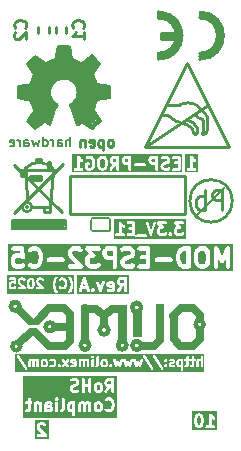
<source format=gbr>
%TF.GenerationSoftware,KiCad,Pcbnew,7.0.11-7.0.11~ubuntu22.04.1*%
%TF.CreationDate,2025-09-05T11:13:46+03:00*%
%TF.ProjectId,MOD-ESP32-C5_Rev_A,4d4f442d-4553-4503-9332-2d43355f5265,A*%
%TF.SameCoordinates,PX5a995c0PY9896800*%
%TF.FileFunction,Legend,Bot*%
%TF.FilePolarity,Positive*%
%FSLAX46Y46*%
G04 Gerber Fmt 4.6, Leading zero omitted, Abs format (unit mm)*
G04 Created by KiCad (PCBNEW 7.0.11-7.0.11~ubuntu22.04.1) date 2025-09-05 11:13:46*
%MOMM*%
%LPD*%
G01*
G04 APERTURE LIST*
%ADD10C,0.203200*%
%ADD11C,0.254000*%
%ADD12C,0.381000*%
%ADD13C,0.222250*%
%ADD14C,0.200000*%
%ADD15C,0.150000*%
%ADD16C,0.127000*%
%ADD17C,0.700000*%
%ADD18C,0.100000*%
%ADD19C,0.500000*%
%ADD20C,0.400000*%
%ADD21C,0.300000*%
%ADD22C,0.228600*%
%ADD23C,0.370000*%
%ADD24C,0.380000*%
%ADD25C,1.000000*%
%ADD26C,0.420000*%
G04 APERTURE END LIST*
D10*
G36*
X2495293Y16800634D02*
G01*
X2510681Y16785246D01*
X2537025Y16732559D01*
X2569991Y16600695D01*
X2569991Y16432183D01*
X2537025Y16300319D01*
X2510681Y16247631D01*
X2495293Y16232244D01*
X2454084Y16211639D01*
X2424642Y16211639D01*
X2383432Y16232244D01*
X2368045Y16247631D01*
X2341699Y16300323D01*
X2308734Y16432184D01*
X2308734Y16600695D01*
X2341699Y16732556D01*
X2368044Y16785246D01*
X2383432Y16800634D01*
X2424643Y16821239D01*
X2454083Y16821239D01*
X2495293Y16800634D01*
G37*
G36*
X6140506Y15583938D02*
G01*
X441230Y15583938D01*
X441230Y16264858D01*
X557344Y16264858D01*
X564581Y16242582D01*
X568070Y16219421D01*
X606775Y16142011D01*
X618330Y16130279D01*
X625807Y16115606D01*
X664512Y16076901D01*
X679185Y16069425D01*
X690918Y16057869D01*
X768327Y16019165D01*
X791488Y16015677D01*
X813763Y16008439D01*
X1007287Y16008439D01*
X1029563Y16015678D01*
X1052723Y16019165D01*
X1130133Y16057869D01*
X1141865Y16069425D01*
X1156540Y16076902D01*
X1195244Y16115607D01*
X1223750Y16171555D01*
X1213926Y16233574D01*
X1169525Y16277974D01*
X1107506Y16287797D01*
X1051558Y16259289D01*
X1024512Y16232244D01*
X983304Y16211639D01*
X837747Y16211639D01*
X796537Y16232244D01*
X781150Y16247631D01*
X760544Y16288843D01*
X760544Y16434397D01*
X781149Y16475608D01*
X796537Y16490996D01*
X837748Y16511601D01*
X983302Y16511601D01*
X1024513Y16490996D01*
X1051558Y16463950D01*
X1077066Y16450953D01*
X1101775Y16436520D01*
X1104797Y16436823D01*
X1107506Y16435442D01*
X1135783Y16439921D01*
X1164256Y16442768D01*
X1166524Y16444790D01*
X1169525Y16445265D01*
X1189758Y16465498D01*
X1211131Y16484547D01*
X1211778Y16487518D01*
X1213926Y16489665D01*
X1218402Y16517926D01*
X1224497Y16545901D01*
X1210026Y16690610D01*
X1331439Y16690610D01*
X1336527Y16674949D01*
X1336653Y16658481D01*
X1375358Y16542367D01*
X1389268Y16523524D01*
X1399902Y16502654D01*
X1690917Y16211639D01*
X1433039Y16211639D01*
X1373320Y16192235D01*
X1336412Y16141435D01*
X1336412Y16078643D01*
X1373320Y16027843D01*
X1433039Y16008439D01*
X1936201Y16008439D01*
X1958829Y16015792D01*
X1982326Y16019513D01*
X1988122Y16025310D01*
X1995920Y16027843D01*
X2009905Y16047093D01*
X2026727Y16063914D01*
X2028009Y16072011D01*
X2032828Y16078643D01*
X2032828Y16102434D01*
X2036550Y16125933D01*
X2032828Y16133238D01*
X2032828Y16141435D01*
X2018844Y16160682D01*
X2008043Y16181881D01*
X1770247Y16419677D01*
X2105534Y16419677D01*
X2109441Y16407650D01*
X2108568Y16395035D01*
X2147273Y16240216D01*
X2153278Y16230619D01*
X2154965Y16219421D01*
X2193670Y16142011D01*
X2205225Y16130279D01*
X2212702Y16115606D01*
X2251407Y16076901D01*
X2266080Y16069425D01*
X2277813Y16057869D01*
X2355222Y16019165D01*
X2378383Y16015677D01*
X2400658Y16008439D01*
X2478068Y16008439D01*
X2500344Y16015678D01*
X2523504Y16019165D01*
X2600914Y16057869D01*
X2612647Y16069426D01*
X2627319Y16076901D01*
X2666024Y16115606D01*
X2673500Y16130279D01*
X2685056Y16142011D01*
X2723761Y16219421D01*
X2725447Y16230618D01*
X2731454Y16240217D01*
X2770158Y16395036D01*
X2769283Y16407652D01*
X2773191Y16419677D01*
X2773191Y16613201D01*
X2769283Y16625227D01*
X2770158Y16637842D01*
X2756966Y16690610D01*
X2879629Y16690610D01*
X2884717Y16674949D01*
X2884843Y16658481D01*
X2923548Y16542367D01*
X2937458Y16523524D01*
X2948092Y16502654D01*
X3239107Y16211639D01*
X2981229Y16211639D01*
X2921510Y16192235D01*
X2884602Y16141435D01*
X2884602Y16078643D01*
X2921510Y16027843D01*
X2981229Y16008439D01*
X3484391Y16008439D01*
X3507019Y16015792D01*
X3530516Y16019513D01*
X3536312Y16025310D01*
X3544110Y16027843D01*
X3558095Y16047093D01*
X3574917Y16063914D01*
X3576199Y16072011D01*
X3581018Y16078643D01*
X3581018Y16102434D01*
X3584740Y16125933D01*
X3581018Y16133238D01*
X3581018Y16141435D01*
X3567034Y16160682D01*
X3556233Y16181881D01*
X3395847Y16342267D01*
X4311706Y16342267D01*
X4314872Y16332521D01*
X4313679Y16322342D01*
X4352383Y16128818D01*
X4355574Y16123134D01*
X4355624Y16116614D01*
X4394329Y16000500D01*
X4398735Y15994531D01*
X4399841Y15987192D01*
X4438546Y15909783D01*
X4443120Y15905139D01*
X4444883Y15898863D01*
X4522292Y15782748D01*
X4530334Y15776394D01*
X4534988Y15767262D01*
X4573693Y15728558D01*
X4629641Y15700052D01*
X4691660Y15709876D01*
X4736060Y15754277D01*
X4745883Y15816296D01*
X5590214Y15816296D01*
X5600036Y15754277D01*
X5644437Y15709876D01*
X5706455Y15700052D01*
X5762404Y15728558D01*
X5801109Y15767262D01*
X5805762Y15776394D01*
X5813805Y15782748D01*
X5891213Y15898863D01*
X5892975Y15905138D01*
X5897551Y15909783D01*
X5936256Y15987192D01*
X5937361Y15994531D01*
X5941768Y16000500D01*
X5980473Y16116614D01*
X5980522Y16123134D01*
X5983714Y16128818D01*
X6022419Y16322342D01*
X6021225Y16332521D01*
X6024392Y16342267D01*
X6024392Y16497086D01*
X6021225Y16506833D01*
X6022419Y16517011D01*
X5983714Y16710535D01*
X5980522Y16716220D01*
X5980473Y16722739D01*
X5941768Y16838853D01*
X5937361Y16844823D01*
X5936256Y16852161D01*
X5897551Y16929571D01*
X5892975Y16934216D01*
X5891213Y16940492D01*
X5813804Y17056605D01*
X5805763Y17062958D01*
X5801110Y17072090D01*
X5762405Y17110795D01*
X5706457Y17139302D01*
X5644438Y17129479D01*
X5600037Y17085078D01*
X5590214Y17023059D01*
X5618721Y16967111D01*
X5650313Y16935519D01*
X5718631Y16833040D01*
X5751280Y16767743D01*
X5785700Y16664483D01*
X5821192Y16487025D01*
X5821192Y16352328D01*
X5785700Y16174871D01*
X5751280Y16071611D01*
X5718632Y16006315D01*
X5650311Y15903833D01*
X5618722Y15872244D01*
X5590214Y15816296D01*
X4745883Y15816296D01*
X4717375Y15872244D01*
X4685783Y15903836D01*
X4617465Y16006315D01*
X4584816Y16071611D01*
X4551501Y16171556D01*
X4816119Y16171556D01*
X4844625Y16115607D01*
X4883329Y16076902D01*
X4904199Y16066268D01*
X4923044Y16052357D01*
X5039159Y16013652D01*
X5055627Y16013528D01*
X5071287Y16008439D01*
X5148696Y16008439D01*
X5164357Y16013528D01*
X5180824Y16013653D01*
X5296939Y16052357D01*
X5315782Y16066268D01*
X5336652Y16076901D01*
X5414062Y16154311D01*
X5421538Y16168984D01*
X5433094Y16180716D01*
X5471799Y16258126D01*
X5473485Y16269323D01*
X5479492Y16278922D01*
X5518196Y16433741D01*
X5517321Y16446357D01*
X5521229Y16458382D01*
X5521229Y16574496D01*
X5517321Y16586522D01*
X5518196Y16599137D01*
X5479492Y16753956D01*
X5473485Y16763555D01*
X5471799Y16774752D01*
X5433094Y16852161D01*
X5421537Y16863894D01*
X5414062Y16878566D01*
X5336652Y16955976D01*
X5315782Y16966610D01*
X5296939Y16980520D01*
X5180825Y17019225D01*
X5164357Y17019351D01*
X5148696Y17024439D01*
X5071287Y17024439D01*
X5055625Y17019351D01*
X5039158Y17019225D01*
X4923043Y16980520D01*
X4904199Y16966610D01*
X4883329Y16955975D01*
X4844625Y16917270D01*
X4816119Y16861321D01*
X4825943Y16799303D01*
X4870344Y16754902D01*
X4932363Y16745080D01*
X4988311Y16773588D01*
X5010055Y16795333D01*
X5087774Y16821239D01*
X5132209Y16821239D01*
X5209927Y16795333D01*
X5258719Y16746541D01*
X5285063Y16693854D01*
X5318029Y16561990D01*
X5318029Y16470888D01*
X5285063Y16339024D01*
X5258719Y16286336D01*
X5209927Y16237545D01*
X5132210Y16211639D01*
X5087773Y16211639D01*
X5010055Y16237545D01*
X4988311Y16259289D01*
X4932363Y16287797D01*
X4870344Y16277975D01*
X4825943Y16233574D01*
X4816119Y16171556D01*
X4551501Y16171556D01*
X4550396Y16174871D01*
X4514906Y16352327D01*
X4514906Y16487027D01*
X4550396Y16664483D01*
X4584816Y16767743D01*
X4617467Y16833045D01*
X4685784Y16935520D01*
X4717376Y16967111D01*
X4745883Y17023059D01*
X4736060Y17085078D01*
X4691659Y17129479D01*
X4629640Y17139302D01*
X4573692Y17110795D01*
X4534987Y17072090D01*
X4530334Y17062959D01*
X4522292Y17056605D01*
X4444884Y16940491D01*
X4443121Y16934217D01*
X4438546Y16929571D01*
X4399841Y16852161D01*
X4398735Y16844823D01*
X4394329Y16838853D01*
X4355624Y16722739D01*
X4355574Y16716220D01*
X4352383Y16710535D01*
X4313679Y16517011D01*
X4314872Y16506833D01*
X4311706Y16497086D01*
X4311706Y16342267D01*
X3395847Y16342267D01*
X3108735Y16629379D01*
X3082829Y16707098D01*
X3082829Y16744035D01*
X3103434Y16785246D01*
X3118822Y16800634D01*
X3160033Y16821239D01*
X3305587Y16821239D01*
X3346798Y16800634D01*
X3373843Y16773588D01*
X3429791Y16745080D01*
X3491810Y16754903D01*
X3536211Y16799303D01*
X3546035Y16861322D01*
X3517529Y16917270D01*
X3478825Y16955975D01*
X3464151Y16963452D01*
X3452419Y16975008D01*
X3375009Y17013713D01*
X3351848Y17017202D01*
X3329572Y17024439D01*
X3136048Y17024439D01*
X3113774Y17017202D01*
X3090611Y17013713D01*
X3013202Y16975008D01*
X3001469Y16963452D01*
X2986797Y16955976D01*
X2948092Y16917271D01*
X2940616Y16902599D01*
X2929060Y16890866D01*
X2890355Y16813457D01*
X2886866Y16790294D01*
X2879629Y16768020D01*
X2879629Y16690610D01*
X2756966Y16690610D01*
X2731454Y16792661D01*
X2725447Y16802260D01*
X2723761Y16813457D01*
X2685056Y16890866D01*
X2673499Y16902599D01*
X2666024Y16917271D01*
X2627319Y16955976D01*
X2612646Y16963452D01*
X2600914Y16975008D01*
X2523505Y17013713D01*
X2500341Y17017202D01*
X2478068Y17024439D01*
X2400658Y17024439D01*
X2378384Y17017202D01*
X2355221Y17013713D01*
X2277812Y16975008D01*
X2266079Y16963452D01*
X2251407Y16955976D01*
X2212702Y16917271D01*
X2205226Y16902599D01*
X2193670Y16890866D01*
X2154965Y16813457D01*
X2153278Y16802260D01*
X2147273Y16792662D01*
X2108568Y16637843D01*
X2109441Y16625229D01*
X2105534Y16613201D01*
X2105534Y16419677D01*
X1770247Y16419677D01*
X1560545Y16629379D01*
X1534639Y16707098D01*
X1534639Y16744035D01*
X1555244Y16785246D01*
X1570632Y16800634D01*
X1611843Y16821239D01*
X1757397Y16821239D01*
X1798608Y16800634D01*
X1825653Y16773588D01*
X1881601Y16745080D01*
X1943620Y16754903D01*
X1988021Y16799303D01*
X1997845Y16861322D01*
X1969339Y16917270D01*
X1930635Y16955975D01*
X1915961Y16963452D01*
X1904229Y16975008D01*
X1826819Y17013713D01*
X1803658Y17017202D01*
X1781382Y17024439D01*
X1587858Y17024439D01*
X1565584Y17017202D01*
X1542421Y17013713D01*
X1465012Y16975008D01*
X1453279Y16963452D01*
X1438607Y16955976D01*
X1399902Y16917271D01*
X1392426Y16902599D01*
X1380870Y16890866D01*
X1342165Y16813457D01*
X1338676Y16790294D01*
X1331439Y16768020D01*
X1331439Y16690610D01*
X1210026Y16690610D01*
X1185793Y16932948D01*
X1181324Y16943124D01*
X1181324Y16954235D01*
X1168984Y16971219D01*
X1160543Y16990440D01*
X1150947Y16996045D01*
X1144416Y17005035D01*
X1124448Y17011523D01*
X1106323Y17022110D01*
X1095266Y17021005D01*
X1084697Y17024439D01*
X697649Y17024439D01*
X637930Y17005035D01*
X601022Y16954235D01*
X601022Y16891443D01*
X637930Y16840643D01*
X697649Y16821239D01*
X992750Y16821239D01*
X1003393Y16714801D01*
X813763Y16714801D01*
X791489Y16707564D01*
X768326Y16704075D01*
X690917Y16665370D01*
X679184Y16653814D01*
X664512Y16646338D01*
X625807Y16607633D01*
X618331Y16592961D01*
X606775Y16581228D01*
X568070Y16503819D01*
X564581Y16480656D01*
X557344Y16458382D01*
X557344Y16264858D01*
X441230Y16264858D01*
X441230Y17255416D01*
X6140506Y17255416D01*
X6140506Y15583938D01*
G37*
G36*
X15156888Y9611639D02*
G01*
X15050243Y9611639D01*
X15009033Y9632244D01*
X14993646Y9647631D01*
X14973040Y9688843D01*
X14973040Y9873101D01*
X14993646Y9914313D01*
X15009033Y9929701D01*
X15050243Y9950305D01*
X15156888Y9950305D01*
X15156888Y9611639D01*
G37*
G36*
X3664283Y9929701D02*
G01*
X3679671Y9914313D01*
X3700276Y9873103D01*
X3700276Y9688842D01*
X3679671Y9647632D01*
X3664283Y9632244D01*
X3623074Y9611639D01*
X3554927Y9611639D01*
X3513717Y9632244D01*
X3498330Y9647631D01*
X3477724Y9688843D01*
X3477724Y9873101D01*
X3498330Y9914313D01*
X3513717Y9929701D01*
X3554927Y9950305D01*
X3623074Y9950305D01*
X3664283Y9929701D01*
G37*
G36*
X6125844Y9937473D02*
G01*
X6138677Y9911808D01*
X6138677Y9904905D01*
X5969998Y9938641D01*
X5993328Y9950305D01*
X6100180Y9950305D01*
X6125844Y9937473D01*
G37*
G36*
X8734607Y9929701D02*
G01*
X8749995Y9914313D01*
X8770600Y9873103D01*
X8770600Y9688842D01*
X8749995Y9647632D01*
X8734607Y9632244D01*
X8693398Y9611639D01*
X8625251Y9611639D01*
X8584041Y9632244D01*
X8568654Y9647631D01*
X8548048Y9688843D01*
X8548048Y9873101D01*
X8568654Y9914313D01*
X8584041Y9929701D01*
X8625251Y9950305D01*
X8693398Y9950305D01*
X8734607Y9929701D01*
G37*
G36*
X17140506Y9026364D02*
G01*
X1145846Y9026364D01*
X1145846Y10365638D01*
X1261960Y10365638D01*
X1278941Y10305185D01*
X1975627Y9260157D01*
X2024898Y9221231D01*
X2087639Y9218701D01*
X2139885Y9253532D01*
X2161681Y9312420D01*
X2144699Y9372872D01*
X2053254Y9510039D01*
X2229496Y9510039D01*
X2248900Y9450320D01*
X2299700Y9413412D01*
X2362492Y9413412D01*
X2413292Y9450320D01*
X2432696Y9510039D01*
X2432696Y9911806D01*
X2445529Y9937473D01*
X2471194Y9950305D01*
X2539341Y9950305D01*
X2565005Y9937474D01*
X2577839Y9911806D01*
X2577839Y9510039D01*
X2597243Y9450320D01*
X2648043Y9413412D01*
X2710835Y9413412D01*
X2761635Y9450320D01*
X2781039Y9510039D01*
X2781039Y9911806D01*
X2793872Y9937473D01*
X2819537Y9950305D01*
X2887684Y9950305D01*
X2926182Y9931057D01*
X2926182Y9510039D01*
X2945586Y9450320D01*
X2996386Y9413412D01*
X3059178Y9413412D01*
X3109978Y9450320D01*
X3129382Y9510039D01*
X3129382Y9664858D01*
X3274524Y9664858D01*
X3281761Y9642582D01*
X3285250Y9619421D01*
X3323955Y9542011D01*
X3335510Y9530279D01*
X3342987Y9515606D01*
X3381692Y9476901D01*
X3396365Y9469425D01*
X3408098Y9457869D01*
X3485507Y9419165D01*
X3508668Y9415677D01*
X3530943Y9408439D01*
X3647057Y9408439D01*
X3669333Y9415678D01*
X3692493Y9419165D01*
X3769903Y9457869D01*
X3781635Y9469425D01*
X3796309Y9476901D01*
X3835014Y9515606D01*
X3842490Y9530280D01*
X3854046Y9542012D01*
X3864977Y9563874D01*
X4011048Y9563874D01*
X4021342Y9501931D01*
X4066079Y9457869D01*
X4143488Y9419165D01*
X4166649Y9415677D01*
X4188924Y9408439D01*
X4343743Y9408439D01*
X4366019Y9415678D01*
X4389179Y9419165D01*
X4466589Y9457869D01*
X4478321Y9469425D01*
X4492995Y9476901D01*
X4531700Y9515606D01*
X4539176Y9530280D01*
X4541705Y9532848D01*
X4707852Y9532848D01*
X4715157Y9518510D01*
X4717675Y9502618D01*
X4729053Y9491240D01*
X4736360Y9476900D01*
X4775065Y9438196D01*
X4789403Y9430891D01*
X4800781Y9419513D01*
X4808877Y9418231D01*
X4815510Y9413412D01*
X4823708Y9413412D01*
X4831013Y9409690D01*
X4846905Y9412208D01*
X4862800Y9409690D01*
X4870105Y9413412D01*
X4878302Y9413412D01*
X4884935Y9418232D01*
X4893032Y9419514D01*
X4904408Y9430891D01*
X4918748Y9438197D01*
X4957452Y9476901D01*
X4964758Y9491241D01*
X4976135Y9502617D01*
X4977916Y9513863D01*
X5055016Y9513863D01*
X5072158Y9453457D01*
X5121533Y9414662D01*
X5184281Y9412298D01*
X5236434Y9447268D01*
X5369420Y9616523D01*
X5502406Y9447268D01*
X5554560Y9412298D01*
X5617307Y9414662D01*
X5666682Y9453457D01*
X5683824Y9513863D01*
X5662186Y9572810D01*
X5498630Y9780972D01*
X5559452Y9858382D01*
X5751630Y9858382D01*
X5753523Y9852555D01*
X5752322Y9846546D01*
X5763076Y9823153D01*
X5771034Y9798663D01*
X5775991Y9795062D01*
X5778551Y9789494D01*
X5801004Y9776889D01*
X5821834Y9761755D01*
X5827960Y9761755D01*
X5833304Y9758755D01*
X6138677Y9697680D01*
X6138677Y9650137D01*
X6125844Y9624472D01*
X6100180Y9611639D01*
X5993328Y9611639D01*
X5937371Y9639617D01*
X5875279Y9648968D01*
X5819550Y9620037D01*
X5791468Y9563874D01*
X5801762Y9501931D01*
X5846499Y9457869D01*
X5923908Y9419165D01*
X5947069Y9415677D01*
X5969344Y9408439D01*
X6124163Y9408439D01*
X6146439Y9415678D01*
X6169599Y9419165D01*
X6247009Y9457869D01*
X6247585Y9458438D01*
X6248385Y9458570D01*
X6269900Y9480416D01*
X6291746Y9501931D01*
X6291878Y9502731D01*
X6292447Y9503307D01*
X6295813Y9510039D01*
X6487020Y9510039D01*
X6506424Y9450320D01*
X6557224Y9413412D01*
X6620016Y9413412D01*
X6670816Y9450320D01*
X6690220Y9510039D01*
X6690220Y9911806D01*
X6703053Y9937473D01*
X6728718Y9950305D01*
X6796865Y9950305D01*
X6822529Y9937474D01*
X6835363Y9911806D01*
X6835363Y9510039D01*
X6854767Y9450320D01*
X6905567Y9413412D01*
X6968359Y9413412D01*
X7019159Y9450320D01*
X7038563Y9510039D01*
X7038563Y9911806D01*
X7051396Y9937473D01*
X7077061Y9950305D01*
X7145208Y9950305D01*
X7183706Y9931057D01*
X7183706Y9510039D01*
X7203110Y9450320D01*
X7253910Y9413412D01*
X7316702Y9413412D01*
X7367502Y9450320D01*
X7386906Y9510039D01*
X7386906Y10051905D01*
X7367502Y10111624D01*
X7316702Y10148532D01*
X7253910Y10148532D01*
X7233205Y10133490D01*
X7214627Y10142779D01*
X7191467Y10146267D01*
X7169191Y10153505D01*
X7053077Y10153505D01*
X7030802Y10146268D01*
X7007641Y10142779D01*
X6936963Y10107441D01*
X6866285Y10142779D01*
X6843125Y10146267D01*
X6820849Y10153505D01*
X6704734Y10153505D01*
X6682459Y10146268D01*
X6659298Y10142779D01*
X6581889Y10104075D01*
X6581311Y10103507D01*
X6580514Y10103374D01*
X6558998Y10081530D01*
X6537152Y10060013D01*
X6537019Y10059216D01*
X6536451Y10058638D01*
X6497746Y9981228D01*
X6494257Y9958068D01*
X6487020Y9935791D01*
X6487020Y9510039D01*
X6295813Y9510039D01*
X6331151Y9580717D01*
X6334639Y9603878D01*
X6341877Y9626153D01*
X6341877Y9935791D01*
X6334639Y9958067D01*
X6331151Y9981227D01*
X6292447Y10058637D01*
X6291878Y10059214D01*
X6291746Y10060013D01*
X6269900Y10081529D01*
X6248385Y10103374D01*
X6247585Y10103507D01*
X6247009Y10104075D01*
X6169599Y10142779D01*
X6146439Y10146267D01*
X6124163Y10153505D01*
X5969344Y10153505D01*
X5947069Y10146268D01*
X5923908Y10142779D01*
X5846499Y10104075D01*
X5845921Y10103507D01*
X5845124Y10103374D01*
X5823608Y10081530D01*
X5801762Y10060013D01*
X5801629Y10059216D01*
X5801061Y10058638D01*
X5762356Y9981228D01*
X5758867Y9958068D01*
X5751630Y9935791D01*
X5751630Y9858382D01*
X5559452Y9858382D01*
X5662186Y9989134D01*
X5683824Y10048081D01*
X5666682Y10108487D01*
X5617307Y10147282D01*
X5554560Y10149646D01*
X5502406Y10114676D01*
X5369420Y9945422D01*
X5236434Y10114676D01*
X5184281Y10149646D01*
X5121533Y10147282D01*
X5072158Y10108487D01*
X5055016Y10048081D01*
X5076654Y9989134D01*
X5240209Y9780972D01*
X5076654Y9572810D01*
X5055016Y9513863D01*
X4977916Y9513863D01*
X4978652Y9518510D01*
X4985959Y9532850D01*
X4983441Y9548744D01*
X4985959Y9564636D01*
X4978653Y9578975D01*
X4976136Y9594868D01*
X4964758Y9606246D01*
X4957453Y9620584D01*
X4918749Y9659289D01*
X4904409Y9666596D01*
X4893031Y9677974D01*
X4884934Y9679257D01*
X4878302Y9684075D01*
X4870106Y9684075D01*
X4862801Y9687797D01*
X4846905Y9685280D01*
X4831012Y9687797D01*
X4823707Y9684075D01*
X4815510Y9684075D01*
X4808878Y9679258D01*
X4800782Y9677975D01*
X4789403Y9666597D01*
X4775064Y9659290D01*
X4736359Y9620585D01*
X4729052Y9606246D01*
X4717674Y9594867D01*
X4715156Y9578974D01*
X4707852Y9564637D01*
X4710369Y9548744D01*
X4707852Y9532848D01*
X4541705Y9532848D01*
X4550732Y9542012D01*
X4589436Y9619422D01*
X4592924Y9642583D01*
X4600162Y9664858D01*
X4600162Y9897086D01*
X4592924Y9919362D01*
X4589436Y9942522D01*
X4550732Y10019932D01*
X4539176Y10031665D01*
X4531700Y10046338D01*
X4492995Y10085043D01*
X4478321Y10092520D01*
X4466589Y10104075D01*
X4389179Y10142779D01*
X4366019Y10146267D01*
X4343743Y10153505D01*
X4188924Y10153505D01*
X4166649Y10146268D01*
X4143488Y10142779D01*
X4066079Y10104075D01*
X4021342Y10060013D01*
X4011048Y9998070D01*
X4039130Y9941907D01*
X4094859Y9912976D01*
X4156951Y9922327D01*
X4212908Y9950305D01*
X4319760Y9950305D01*
X4360969Y9929701D01*
X4376357Y9914313D01*
X4396962Y9873103D01*
X4396962Y9688842D01*
X4376357Y9647632D01*
X4360969Y9632244D01*
X4319760Y9611639D01*
X4212908Y9611639D01*
X4156951Y9639617D01*
X4094859Y9648968D01*
X4039130Y9620037D01*
X4011048Y9563874D01*
X3864977Y9563874D01*
X3892750Y9619422D01*
X3896238Y9642583D01*
X3903476Y9664858D01*
X3903476Y9897086D01*
X3896238Y9919362D01*
X3892750Y9942522D01*
X3854046Y10019932D01*
X3842490Y10031665D01*
X3835014Y10046338D01*
X3796309Y10085043D01*
X3781635Y10092520D01*
X3769903Y10104075D01*
X3692493Y10142779D01*
X3669333Y10146267D01*
X3647057Y10153505D01*
X3530943Y10153505D01*
X3508668Y10146268D01*
X3485507Y10142779D01*
X3408098Y10104075D01*
X3396365Y10092520D01*
X3381692Y10085043D01*
X3342987Y10046338D01*
X3335510Y10031666D01*
X3323955Y10019933D01*
X3285250Y9942523D01*
X3281761Y9919363D01*
X3274524Y9897086D01*
X3274524Y9664858D01*
X3129382Y9664858D01*
X3129382Y10051905D01*
X3109978Y10111624D01*
X3059178Y10148532D01*
X2996386Y10148532D01*
X2975681Y10133490D01*
X2957103Y10142779D01*
X2933943Y10146267D01*
X2911667Y10153505D01*
X2795553Y10153505D01*
X2773278Y10146268D01*
X2750117Y10142779D01*
X2679439Y10107441D01*
X2608761Y10142779D01*
X2585601Y10146267D01*
X2563325Y10153505D01*
X2447210Y10153505D01*
X2424935Y10146268D01*
X2401774Y10142779D01*
X2324365Y10104075D01*
X2323787Y10103507D01*
X2322990Y10103374D01*
X2301474Y10081530D01*
X2279628Y10060013D01*
X2279495Y10059216D01*
X2278927Y10058638D01*
X2240222Y9981228D01*
X2236733Y9958068D01*
X2229496Y9935791D01*
X2229496Y9510039D01*
X2053254Y9510039D01*
X1547787Y10268240D01*
X7533300Y10268240D01*
X7540605Y10253902D01*
X7543123Y10238009D01*
X7554500Y10226632D01*
X7561807Y10212292D01*
X7600512Y10173587D01*
X7614851Y10166281D01*
X7626230Y10154902D01*
X7634326Y10153620D01*
X7640958Y10148802D01*
X7649155Y10148802D01*
X7649685Y10148532D01*
X7640958Y10148532D01*
X7590158Y10111624D01*
X7570754Y10051905D01*
X7570754Y9510039D01*
X7590158Y9450320D01*
X7640958Y9413412D01*
X7703750Y9413412D01*
X7754550Y9450320D01*
X7769038Y9494909D01*
X7881524Y9494909D01*
X7909605Y9438745D01*
X7965335Y9409814D01*
X8027427Y9419165D01*
X8104837Y9457869D01*
X8105414Y9458438D01*
X8106212Y9458570D01*
X8127727Y9480415D01*
X8149574Y9501931D01*
X8149706Y9502729D01*
X8150275Y9503306D01*
X8188980Y9580716D01*
X8192468Y9603877D01*
X8199706Y9626153D01*
X8199706Y9664858D01*
X8344848Y9664858D01*
X8352085Y9642582D01*
X8355574Y9619421D01*
X8394279Y9542011D01*
X8405834Y9530279D01*
X8413311Y9515606D01*
X8452016Y9476901D01*
X8466689Y9469425D01*
X8478422Y9457869D01*
X8555831Y9419165D01*
X8578992Y9415677D01*
X8601267Y9408439D01*
X8717381Y9408439D01*
X8739657Y9415678D01*
X8762817Y9419165D01*
X8840227Y9457869D01*
X8851959Y9469425D01*
X8866633Y9476901D01*
X8905338Y9515606D01*
X8912814Y9530280D01*
X8915343Y9532848D01*
X9081490Y9532848D01*
X9088795Y9518510D01*
X9091313Y9502618D01*
X9102691Y9491240D01*
X9109998Y9476900D01*
X9148703Y9438196D01*
X9163041Y9430891D01*
X9174419Y9419513D01*
X9182515Y9418231D01*
X9189148Y9413412D01*
X9197346Y9413412D01*
X9204651Y9409690D01*
X9220543Y9412208D01*
X9236438Y9409690D01*
X9243743Y9413412D01*
X9251940Y9413412D01*
X9258573Y9418232D01*
X9266670Y9419514D01*
X9278046Y9430891D01*
X9292386Y9438197D01*
X9331090Y9476901D01*
X9338396Y9491241D01*
X9349773Y9502617D01*
X9352290Y9518510D01*
X9359597Y9532850D01*
X9357079Y9548744D01*
X9359597Y9564636D01*
X9352291Y9578975D01*
X9349774Y9594868D01*
X9338396Y9606246D01*
X9331091Y9620584D01*
X9292387Y9659289D01*
X9278047Y9666596D01*
X9266669Y9677974D01*
X9258572Y9679257D01*
X9251940Y9684075D01*
X9243744Y9684075D01*
X9236439Y9687797D01*
X9220543Y9685280D01*
X9204650Y9687797D01*
X9197345Y9684075D01*
X9189148Y9684075D01*
X9182516Y9679258D01*
X9174420Y9677975D01*
X9163041Y9666597D01*
X9148702Y9659290D01*
X9109997Y9620585D01*
X9102690Y9606246D01*
X9091312Y9594867D01*
X9088794Y9578974D01*
X9081490Y9564637D01*
X9084007Y9548744D01*
X9081490Y9532848D01*
X8915343Y9532848D01*
X8924370Y9542012D01*
X8963074Y9619422D01*
X8966562Y9642583D01*
X8973800Y9664858D01*
X8973800Y9897086D01*
X8966562Y9919362D01*
X8963074Y9942522D01*
X8924370Y10019932D01*
X8920370Y10023993D01*
X9432491Y10023993D01*
X9587310Y9482127D01*
X9604019Y9457305D01*
X9619964Y9431983D01*
X9621469Y9431381D01*
X9622374Y9430037D01*
X9650475Y9419779D01*
X9678265Y9408663D01*
X9679836Y9409061D01*
X9681358Y9408505D01*
X9710110Y9416720D01*
X9739139Y9424064D01*
X9740177Y9425311D01*
X9741734Y9425755D01*
X9760167Y9449303D01*
X9779334Y9472306D01*
X9839820Y9623521D01*
X9900306Y9472306D01*
X9919450Y9449330D01*
X9937905Y9425755D01*
X9939463Y9425310D01*
X9940501Y9424065D01*
X9969509Y9416726D01*
X9998282Y9408505D01*
X9999803Y9409061D01*
X10001375Y9408663D01*
X10029150Y9419774D01*
X10057266Y9430037D01*
X10058171Y9431383D01*
X10059676Y9431984D01*
X10075610Y9457290D01*
X10092330Y9482127D01*
X10247149Y10023993D01*
X10283996Y10023993D01*
X10438815Y9482127D01*
X10455524Y9457305D01*
X10471469Y9431983D01*
X10472974Y9431381D01*
X10473879Y9430037D01*
X10501980Y9419779D01*
X10529770Y9408663D01*
X10531341Y9409061D01*
X10532863Y9408505D01*
X10561615Y9416720D01*
X10590644Y9424064D01*
X10591682Y9425311D01*
X10593239Y9425755D01*
X10611672Y9449303D01*
X10630839Y9472306D01*
X10691325Y9623521D01*
X10751811Y9472306D01*
X10770955Y9449330D01*
X10789410Y9425755D01*
X10790968Y9425310D01*
X10792006Y9424065D01*
X10821014Y9416726D01*
X10849787Y9408505D01*
X10851308Y9409061D01*
X10852880Y9408663D01*
X10880655Y9419774D01*
X10908771Y9430037D01*
X10909676Y9431383D01*
X10911181Y9431984D01*
X10927115Y9457290D01*
X10943835Y9482127D01*
X11098654Y10023993D01*
X11135501Y10023993D01*
X11290320Y9482127D01*
X11307029Y9457305D01*
X11322974Y9431983D01*
X11324479Y9431381D01*
X11325384Y9430037D01*
X11353485Y9419779D01*
X11381275Y9408663D01*
X11382846Y9409061D01*
X11384368Y9408505D01*
X11413120Y9416720D01*
X11442149Y9424064D01*
X11443187Y9425311D01*
X11444744Y9425755D01*
X11463177Y9449303D01*
X11482344Y9472306D01*
X11542830Y9623521D01*
X11603316Y9472306D01*
X11622460Y9449330D01*
X11640915Y9425755D01*
X11642473Y9425310D01*
X11643511Y9424065D01*
X11672519Y9416726D01*
X11701292Y9408505D01*
X11702813Y9409061D01*
X11704385Y9408663D01*
X11732160Y9419774D01*
X11760276Y9430037D01*
X11761181Y9431383D01*
X11762686Y9431984D01*
X11778620Y9457290D01*
X11795340Y9482127D01*
X11950159Y10023993D01*
X11947907Y10086745D01*
X11909201Y10136189D01*
X11848825Y10153439D01*
X11789841Y10131907D01*
X11754777Y10079817D01*
X11681604Y9823715D01*
X11637163Y9934819D01*
X11621173Y9954011D01*
X11607867Y9975141D01*
X11601417Y9977721D01*
X11596968Y9983061D01*
X11572750Y9989189D01*
X11549566Y9998462D01*
X11542830Y9996758D01*
X11536094Y9998462D01*
X11512902Y9989186D01*
X11488692Y9983060D01*
X11484244Y9977723D01*
X11477793Y9975142D01*
X11464483Y9954006D01*
X11448497Y9934819D01*
X11404055Y9823715D01*
X11330883Y10079817D01*
X11295819Y10131907D01*
X11236835Y10153439D01*
X11176458Y10136189D01*
X11137752Y10086745D01*
X11135501Y10023993D01*
X11098654Y10023993D01*
X11096402Y10086745D01*
X11057696Y10136189D01*
X10997320Y10153439D01*
X10938336Y10131907D01*
X10903272Y10079817D01*
X10830099Y9823715D01*
X10785658Y9934819D01*
X10769668Y9954011D01*
X10756362Y9975141D01*
X10749912Y9977721D01*
X10745463Y9983061D01*
X10721245Y9989189D01*
X10698061Y9998462D01*
X10691325Y9996758D01*
X10684589Y9998462D01*
X10661397Y9989186D01*
X10637187Y9983060D01*
X10632739Y9977723D01*
X10626288Y9975142D01*
X10612978Y9954006D01*
X10596992Y9934819D01*
X10552550Y9823715D01*
X10479378Y10079817D01*
X10444314Y10131907D01*
X10385330Y10153439D01*
X10324953Y10136189D01*
X10286247Y10086745D01*
X10283996Y10023993D01*
X10247149Y10023993D01*
X10244897Y10086745D01*
X10206191Y10136189D01*
X10145815Y10153439D01*
X10086831Y10131907D01*
X10051767Y10079817D01*
X9978594Y9823715D01*
X9934153Y9934819D01*
X9918163Y9954011D01*
X9904857Y9975141D01*
X9898407Y9977721D01*
X9893958Y9983061D01*
X9869740Y9989189D01*
X9846556Y9998462D01*
X9839820Y9996758D01*
X9833084Y9998462D01*
X9809892Y9989186D01*
X9785682Y9983060D01*
X9781234Y9977723D01*
X9774783Y9975142D01*
X9761473Y9954006D01*
X9745487Y9934819D01*
X9701045Y9823715D01*
X9627873Y10079817D01*
X9592809Y10131907D01*
X9533825Y10153439D01*
X9473448Y10136189D01*
X9434742Y10086745D01*
X9432491Y10023993D01*
X8920370Y10023993D01*
X8912814Y10031665D01*
X8905338Y10046338D01*
X8866633Y10085043D01*
X8851959Y10092520D01*
X8840227Y10104075D01*
X8762817Y10142779D01*
X8739657Y10146267D01*
X8717381Y10153505D01*
X8601267Y10153505D01*
X8578992Y10146268D01*
X8555831Y10142779D01*
X8478422Y10104075D01*
X8466689Y10092520D01*
X8452016Y10085043D01*
X8413311Y10046338D01*
X8405834Y10031666D01*
X8394279Y10019933D01*
X8355574Y9942523D01*
X8352085Y9919363D01*
X8344848Y9897086D01*
X8344848Y9664858D01*
X8199706Y9664858D01*
X8199706Y10322839D01*
X8185800Y10365638D01*
X11944475Y10365638D01*
X11961456Y10305185D01*
X12658142Y9260157D01*
X12707413Y9221231D01*
X12770154Y9218701D01*
X12822400Y9253532D01*
X12844196Y9312420D01*
X12827214Y9372872D01*
X12165370Y10365638D01*
X12795980Y10365638D01*
X12812961Y10305185D01*
X13509647Y9260157D01*
X13558918Y9221231D01*
X13621659Y9218701D01*
X13673905Y9253532D01*
X13695701Y9312420D01*
X13678719Y9372872D01*
X13572068Y9532848D01*
X13726063Y9532848D01*
X13733368Y9518510D01*
X13735886Y9502618D01*
X13747264Y9491240D01*
X13754571Y9476900D01*
X13793276Y9438196D01*
X13807614Y9430891D01*
X13818992Y9419513D01*
X13827088Y9418231D01*
X13833721Y9413412D01*
X13841919Y9413412D01*
X13849224Y9409690D01*
X13865116Y9412208D01*
X13881011Y9409690D01*
X13888316Y9413412D01*
X13896513Y9413412D01*
X13903146Y9418232D01*
X13911243Y9419514D01*
X13922619Y9430891D01*
X13936959Y9438197D01*
X13975663Y9476901D01*
X13982969Y9491241D01*
X13994346Y9502617D01*
X13996863Y9518510D01*
X14004170Y9532850D01*
X14001652Y9548744D01*
X14004170Y9564636D01*
X13996864Y9578975D01*
X13994347Y9594868D01*
X13982969Y9606246D01*
X13975664Y9620584D01*
X13970095Y9626153D01*
X14111860Y9626153D01*
X14119098Y9603877D01*
X14122586Y9580717D01*
X14161290Y9503307D01*
X14161858Y9502731D01*
X14161991Y9501931D01*
X14183836Y9480416D01*
X14205352Y9458570D01*
X14206151Y9458438D01*
X14206728Y9457869D01*
X14284138Y9419165D01*
X14307298Y9415677D01*
X14329574Y9408439D01*
X14484393Y9408439D01*
X14506669Y9415678D01*
X14529829Y9419165D01*
X14607239Y9457869D01*
X14651976Y9501931D01*
X14662269Y9563874D01*
X14634188Y9620037D01*
X14578458Y9648969D01*
X14516366Y9639617D01*
X14460409Y9611639D01*
X14353557Y9611639D01*
X14327892Y9624472D01*
X14317375Y9645506D01*
X14327051Y9664858D01*
X14769840Y9664858D01*
X14777077Y9642582D01*
X14780566Y9619421D01*
X14819271Y9542011D01*
X14830826Y9530279D01*
X14838303Y9515606D01*
X14877008Y9476901D01*
X14891681Y9469425D01*
X14903414Y9457869D01*
X14980823Y9419165D01*
X15003984Y9415677D01*
X15026259Y9408439D01*
X15156888Y9408439D01*
X15156888Y9239105D01*
X15176292Y9179386D01*
X15227092Y9142478D01*
X15289884Y9142478D01*
X15340684Y9179386D01*
X15360088Y9239105D01*
X15360088Y9478643D01*
X15432794Y9478643D01*
X15469702Y9427843D01*
X15529421Y9408439D01*
X15606830Y9408439D01*
X15629106Y9415678D01*
X15652266Y9419165D01*
X15729676Y9457869D01*
X15730253Y9458438D01*
X15731051Y9458570D01*
X15752566Y9480415D01*
X15774413Y9501931D01*
X15774545Y9502729D01*
X15775114Y9503306D01*
X15813819Y9580716D01*
X15817307Y9603877D01*
X15824545Y9626153D01*
X15824545Y9950305D01*
X15839059Y9950305D01*
X15898778Y9969709D01*
X15916468Y9994059D01*
X15934159Y9969709D01*
X15993878Y9950305D01*
X16085802Y9950305D01*
X16085802Y9650138D01*
X16072968Y9624472D01*
X16047304Y9611639D01*
X15993878Y9611639D01*
X15934159Y9592235D01*
X15897251Y9541435D01*
X15897251Y9478643D01*
X15934159Y9427843D01*
X15993878Y9408439D01*
X16071287Y9408439D01*
X16093563Y9415678D01*
X16116723Y9419165D01*
X16194133Y9457869D01*
X16194710Y9458438D01*
X16195508Y9458570D01*
X16217023Y9480415D01*
X16238870Y9501931D01*
X16239002Y9502729D01*
X16239571Y9503306D01*
X16242938Y9510039D01*
X16472849Y9510039D01*
X16492253Y9450320D01*
X16543053Y9413412D01*
X16605845Y9413412D01*
X16656645Y9450320D01*
X16676049Y9510039D01*
X16676049Y9911806D01*
X16688882Y9937473D01*
X16714547Y9950305D01*
X16782694Y9950305D01*
X16821192Y9931057D01*
X16821192Y9510039D01*
X16840596Y9450320D01*
X16891396Y9413412D01*
X16954188Y9413412D01*
X17004988Y9450320D01*
X17024392Y9510039D01*
X17024392Y10322839D01*
X17004988Y10382558D01*
X16954188Y10419466D01*
X16891396Y10419466D01*
X16840596Y10382558D01*
X16821192Y10322839D01*
X16821192Y10148789D01*
X16806677Y10153505D01*
X16690563Y10153505D01*
X16668288Y10146268D01*
X16645127Y10142779D01*
X16567718Y10104075D01*
X16567140Y10103507D01*
X16566343Y10103374D01*
X16544827Y10081530D01*
X16522981Y10060013D01*
X16522848Y10059216D01*
X16522280Y10058638D01*
X16483575Y9981228D01*
X16480086Y9958068D01*
X16472849Y9935791D01*
X16472849Y9510039D01*
X16242938Y9510039D01*
X16278276Y9580716D01*
X16281764Y9603877D01*
X16289002Y9626153D01*
X16289002Y9950305D01*
X16303516Y9950305D01*
X16363235Y9969709D01*
X16400143Y10020509D01*
X16400143Y10083301D01*
X16363235Y10134101D01*
X16303516Y10153505D01*
X16289002Y10153505D01*
X16289002Y10322839D01*
X16269598Y10382558D01*
X16218798Y10419466D01*
X16156006Y10419466D01*
X16105206Y10382558D01*
X16085802Y10322839D01*
X16085802Y10153505D01*
X15993878Y10153505D01*
X15934159Y10134101D01*
X15916468Y10109752D01*
X15898778Y10134101D01*
X15839059Y10153505D01*
X15824545Y10153505D01*
X15824545Y10322839D01*
X15805141Y10382558D01*
X15754341Y10419466D01*
X15691549Y10419466D01*
X15640749Y10382558D01*
X15621345Y10322839D01*
X15621345Y10153505D01*
X15529421Y10153505D01*
X15469702Y10134101D01*
X15432794Y10083301D01*
X15432794Y10020509D01*
X15469702Y9969709D01*
X15529421Y9950305D01*
X15621345Y9950305D01*
X15621345Y9650138D01*
X15608511Y9624472D01*
X15582847Y9611639D01*
X15529421Y9611639D01*
X15469702Y9592235D01*
X15432794Y9541435D01*
X15432794Y9478643D01*
X15360088Y9478643D01*
X15360088Y10051905D01*
X15340684Y10111624D01*
X15289884Y10148532D01*
X15227092Y10148532D01*
X15220433Y10143695D01*
X15203354Y10146267D01*
X15181078Y10153505D01*
X15026259Y10153505D01*
X15003984Y10146268D01*
X14980823Y10142779D01*
X14903414Y10104075D01*
X14891681Y10092520D01*
X14877008Y10085043D01*
X14838303Y10046338D01*
X14830826Y10031666D01*
X14819271Y10019933D01*
X14780566Y9942523D01*
X14777077Y9919363D01*
X14769840Y9897086D01*
X14769840Y9664858D01*
X14327051Y9664858D01*
X14327891Y9666539D01*
X14353559Y9679372D01*
X14445688Y9679372D01*
X14467964Y9686610D01*
X14491125Y9690098D01*
X14568535Y9728803D01*
X14569112Y9729372D01*
X14569910Y9729504D01*
X14591426Y9751351D01*
X14613271Y9772866D01*
X14613403Y9773664D01*
X14613972Y9774241D01*
X14652676Y9851650D01*
X14656164Y9874812D01*
X14663402Y9897086D01*
X14663402Y9935791D01*
X14656164Y9958067D01*
X14652676Y9981227D01*
X14613972Y10058637D01*
X14613403Y10059214D01*
X14613271Y10060013D01*
X14591425Y10081529D01*
X14569910Y10103374D01*
X14569110Y10103507D01*
X14568534Y10104075D01*
X14491124Y10142779D01*
X14467964Y10146267D01*
X14445688Y10153505D01*
X14329574Y10153505D01*
X14307298Y10146268D01*
X14284138Y10142779D01*
X14206728Y10104075D01*
X14161991Y10060013D01*
X14151697Y9998071D01*
X14179778Y9941907D01*
X14235508Y9912976D01*
X14297600Y9922327D01*
X14353557Y9950305D01*
X14421705Y9950305D01*
X14447369Y9937473D01*
X14457886Y9916439D01*
X14447369Y9895406D01*
X14421703Y9882572D01*
X14329574Y9882572D01*
X14307297Y9875335D01*
X14284137Y9871846D01*
X14206727Y9833141D01*
X14206151Y9832574D01*
X14205352Y9832441D01*
X14183802Y9810562D01*
X14161991Y9789078D01*
X14161858Y9788282D01*
X14161290Y9787704D01*
X14122586Y9710294D01*
X14119098Y9687135D01*
X14111860Y9664858D01*
X14111860Y9626153D01*
X13970095Y9626153D01*
X13936960Y9659289D01*
X13922620Y9666596D01*
X13911242Y9677974D01*
X13903145Y9679257D01*
X13896513Y9684075D01*
X13888317Y9684075D01*
X13881012Y9687797D01*
X13865116Y9685280D01*
X13849223Y9687797D01*
X13841918Y9684075D01*
X13833721Y9684075D01*
X13827089Y9679258D01*
X13818993Y9677975D01*
X13807614Y9666597D01*
X13793275Y9659290D01*
X13754570Y9620585D01*
X13747263Y9606246D01*
X13735885Y9594867D01*
X13733367Y9578974D01*
X13726063Y9564637D01*
X13728580Y9548744D01*
X13726063Y9532848D01*
X13572068Y9532848D01*
X13288232Y9958602D01*
X13726063Y9958602D01*
X13733368Y9944264D01*
X13735886Y9928371D01*
X13747263Y9916994D01*
X13754570Y9902654D01*
X13793275Y9863949D01*
X13807614Y9856643D01*
X13818993Y9845264D01*
X13827089Y9843982D01*
X13833721Y9839164D01*
X13841918Y9839164D01*
X13849223Y9835442D01*
X13865116Y9837960D01*
X13881012Y9835442D01*
X13888317Y9839164D01*
X13896513Y9839164D01*
X13903145Y9843983D01*
X13911242Y9845265D01*
X13922620Y9856644D01*
X13936960Y9863950D01*
X13975664Y9902655D01*
X13982969Y9916995D01*
X13994346Y9928370D01*
X13996863Y9944263D01*
X14004170Y9958603D01*
X14001652Y9974496D01*
X14004170Y9990389D01*
X13996863Y10004730D01*
X13994346Y10020622D01*
X13982969Y10031998D01*
X13975664Y10046337D01*
X13936960Y10085042D01*
X13922620Y10092349D01*
X13911242Y10103727D01*
X13903145Y10105010D01*
X13896513Y10109828D01*
X13888317Y10109828D01*
X13881012Y10113550D01*
X13865116Y10111033D01*
X13849223Y10113550D01*
X13841918Y10109828D01*
X13833721Y10109828D01*
X13827089Y10105011D01*
X13818993Y10103728D01*
X13807614Y10092350D01*
X13793275Y10085043D01*
X13754570Y10046338D01*
X13747263Y10031999D01*
X13735886Y10020621D01*
X13733368Y10004729D01*
X13726063Y9990390D01*
X13728580Y9974496D01*
X13726063Y9958602D01*
X13288232Y9958602D01*
X12982033Y10417901D01*
X12932762Y10456826D01*
X12870021Y10459357D01*
X12817775Y10424526D01*
X12795980Y10365638D01*
X12165370Y10365638D01*
X12130528Y10417901D01*
X12081257Y10456826D01*
X12018516Y10459357D01*
X11966270Y10424526D01*
X11944475Y10365638D01*
X8185800Y10365638D01*
X8180302Y10382558D01*
X8129502Y10419466D01*
X8066710Y10419466D01*
X8015910Y10382558D01*
X7996506Y10322839D01*
X7996506Y9650138D01*
X7983672Y9624472D01*
X7936555Y9600913D01*
X7891818Y9556851D01*
X7881524Y9494909D01*
X7769038Y9494909D01*
X7773954Y9510039D01*
X7773954Y10051905D01*
X7754550Y10111624D01*
X7703750Y10148532D01*
X7695024Y10148532D01*
X7695554Y10148802D01*
X7703750Y10148802D01*
X7710382Y10153621D01*
X7718479Y10154903D01*
X7729857Y10166282D01*
X7744197Y10173588D01*
X7782901Y10212293D01*
X7790206Y10226633D01*
X7801583Y10238008D01*
X7804100Y10253901D01*
X7811407Y10268241D01*
X7808889Y10284134D01*
X7811407Y10300027D01*
X7804100Y10314368D01*
X7801583Y10330260D01*
X7790206Y10341636D01*
X7782901Y10355975D01*
X7744197Y10394680D01*
X7729857Y10401987D01*
X7718479Y10413365D01*
X7710382Y10414648D01*
X7703750Y10419466D01*
X7695554Y10419466D01*
X7688249Y10423188D01*
X7672353Y10420671D01*
X7656460Y10423188D01*
X7649155Y10419466D01*
X7640958Y10419466D01*
X7634326Y10414649D01*
X7626230Y10413366D01*
X7614851Y10401988D01*
X7600512Y10394681D01*
X7561807Y10355976D01*
X7554500Y10341637D01*
X7543123Y10330259D01*
X7540605Y10314367D01*
X7533300Y10300028D01*
X7535817Y10284134D01*
X7533300Y10268240D01*
X1547787Y10268240D01*
X1448013Y10417901D01*
X1398742Y10456826D01*
X1336001Y10459357D01*
X1283755Y10424526D01*
X1261960Y10365638D01*
X1145846Y10365638D01*
X1145846Y10575471D01*
X17140506Y10575471D01*
X17140506Y9026364D01*
G37*
D11*
G36*
X9317435Y16459504D02*
G01*
X9335895Y16422584D01*
X9335895Y16404280D01*
X9096665Y16452126D01*
X9100355Y16459504D01*
X9137275Y16477964D01*
X9280515Y16477964D01*
X9317435Y16459504D01*
G37*
G36*
X10351895Y16528764D02*
G01*
X10102475Y16528764D01*
X10046127Y16556938D01*
X10024469Y16578596D01*
X9996295Y16634944D01*
X9996295Y16727384D01*
X10024469Y16783732D01*
X10046127Y16805390D01*
X10102475Y16833564D01*
X10351895Y16833564D01*
X10351895Y16528764D01*
G37*
G36*
X7051492Y16325564D02*
G01*
X6895898Y16325564D01*
X6973695Y16558954D01*
X7051492Y16325564D01*
G37*
G36*
X10758295Y15614364D02*
G01*
X6342626Y15614364D01*
X6342626Y15862412D01*
X6495026Y15862412D01*
X6531513Y15800853D01*
X6595489Y15768792D01*
X6666643Y15776410D01*
X6722383Y15821286D01*
X6738578Y15853603D01*
X6811232Y16071564D01*
X7136158Y16071564D01*
X7208812Y15853603D01*
X7249651Y15794841D01*
X7315776Y15767486D01*
X7386194Y15780223D01*
X7438546Y15829009D01*
X7456212Y15898354D01*
X7449778Y15933925D01*
X7443212Y15953624D01*
X7507419Y15953624D01*
X7513171Y15927180D01*
X7515102Y15900182D01*
X7520659Y15892759D01*
X7522630Y15883699D01*
X7544292Y15854761D01*
X7595092Y15803961D01*
X7603230Y15799517D01*
X7608787Y15792095D01*
X7621712Y15787275D01*
X7632137Y15778241D01*
X7645791Y15776278D01*
X7657899Y15769667D01*
X7667147Y15770329D01*
X7675835Y15767088D01*
X7689314Y15770021D01*
X7702969Y15768057D01*
X7715515Y15773787D01*
X7729277Y15774771D01*
X7736700Y15780329D01*
X7745760Y15782299D01*
X7763918Y15795892D01*
X7768062Y15797784D01*
X7769559Y15800115D01*
X7774698Y15803961D01*
X7825498Y15854761D01*
X7829942Y15862902D01*
X7837363Y15868456D01*
X7846819Y15893811D01*
X7859792Y15917568D01*
X7859130Y15926817D01*
X7862371Y15935504D01*
X7856618Y15961949D01*
X7854688Y15988946D01*
X7849130Y15996370D01*
X7847160Y16005429D01*
X7825498Y16034367D01*
X7774698Y16085167D01*
X7766557Y16089612D01*
X7761003Y16097032D01*
X7748079Y16101853D01*
X7737653Y16110887D01*
X7723998Y16112851D01*
X7711891Y16119461D01*
X7702642Y16118800D01*
X7693955Y16122040D01*
X7680475Y16119108D01*
X7666821Y16121071D01*
X7654274Y16115342D01*
X7640513Y16114357D01*
X7633089Y16108800D01*
X7624030Y16106829D01*
X7605871Y16093237D01*
X7601728Y16091344D01*
X7600230Y16089014D01*
X7595092Y16085167D01*
X7544292Y16034367D01*
X7539847Y16026229D01*
X7532426Y16020672D01*
X7522968Y15995314D01*
X7509998Y15971560D01*
X7510659Y15962312D01*
X7507419Y15953624D01*
X7443212Y15953624D01*
X7228528Y16597675D01*
X7964504Y16597675D01*
X7971694Y16562249D01*
X8225694Y15851050D01*
X8242614Y15827776D01*
X8256756Y15802716D01*
X8263372Y15799223D01*
X8267773Y15793169D01*
X8294594Y15782736D01*
X8320036Y15769302D01*
X8327490Y15769940D01*
X8334465Y15767227D01*
X8362666Y15772951D01*
X8391335Y15775404D01*
X8397262Y15779972D01*
X8404596Y15781460D01*
X8425221Y15801517D01*
X8448018Y15819084D01*
X8453011Y15828541D01*
X8455898Y15831348D01*
X8457000Y15836097D01*
X8464896Y15851049D01*
X8643437Y16350964D01*
X8827895Y16350964D01*
X8837038Y16319825D01*
X8844468Y16288235D01*
X8847046Y16285742D01*
X8848056Y16282303D01*
X8872573Y16261058D01*
X8895912Y16238491D01*
X8900485Y16236873D01*
X8902137Y16235441D01*
X8906165Y16234862D01*
X8929988Y16226430D01*
X9335895Y16145249D01*
X9335895Y16076144D01*
X9317435Y16039224D01*
X9280515Y16020764D01*
X9137275Y16020764D01*
X9062491Y16058156D01*
X8992063Y16070830D01*
X8925962Y16043416D01*
X8885176Y15984616D01*
X8882654Y15913101D01*
X8919197Y15851574D01*
X8948899Y15830972D01*
X9050499Y15780172D01*
X9061828Y15778134D01*
X9071515Y15771908D01*
X9107295Y15766764D01*
X9310495Y15766764D01*
X9321540Y15770008D01*
X9332988Y15768771D01*
X9367291Y15780172D01*
X9468891Y15830972D01*
X9485536Y15846456D01*
X9505085Y15858066D01*
X9517935Y15876593D01*
X9521287Y15879710D01*
X9521981Y15882426D01*
X9525687Y15887768D01*
X9576487Y15989368D01*
X9578525Y16000698D01*
X9584751Y16010384D01*
X9589895Y16046164D01*
X9589895Y16452564D01*
X9586651Y16463610D01*
X9587888Y16475057D01*
X9576487Y16509360D01*
X9528685Y16604964D01*
X9742295Y16604964D01*
X9745538Y16593919D01*
X9744302Y16582471D01*
X9755703Y16548168D01*
X9806503Y16446568D01*
X9808123Y16444826D01*
X9808630Y16442499D01*
X9830292Y16413561D01*
X9881092Y16362761D01*
X9883181Y16361620D01*
X9884397Y16359574D01*
X9914099Y16338972D01*
X9996927Y16297558D01*
X9765253Y15966594D01*
X9742395Y15898783D01*
X9759826Y15829379D01*
X9812014Y15780416D01*
X9882387Y15767441D01*
X9948605Y15794572D01*
X9973337Y15820934D01*
X10291018Y16274764D01*
X10351895Y16274764D01*
X10351895Y15893764D01*
X10372056Y15825103D01*
X10426137Y15778241D01*
X10496969Y15768057D01*
X10562062Y15797784D01*
X10600751Y15857984D01*
X10605895Y15893764D01*
X10605895Y16960564D01*
X10603282Y16969462D01*
X10604602Y16978638D01*
X10593359Y17003257D01*
X10585734Y17029225D01*
X10578726Y17035297D01*
X10574875Y17043731D01*
X10552106Y17058364D01*
X10531653Y17076087D01*
X10522476Y17077407D01*
X10514675Y17082420D01*
X10478895Y17087564D01*
X10072495Y17087564D01*
X10061449Y17084321D01*
X10050002Y17085557D01*
X10015699Y17074156D01*
X9914099Y17023356D01*
X9912356Y17021736D01*
X9910030Y17021229D01*
X9881092Y16999567D01*
X9830292Y16948767D01*
X9829150Y16946678D01*
X9827105Y16945462D01*
X9806503Y16915760D01*
X9755703Y16814160D01*
X9753664Y16802831D01*
X9747439Y16793144D01*
X9742295Y16757364D01*
X9742295Y16604964D01*
X9528685Y16604964D01*
X9525687Y16610960D01*
X9510202Y16627607D01*
X9498593Y16647154D01*
X9480066Y16660005D01*
X9476949Y16663356D01*
X9474233Y16664051D01*
X9468891Y16667756D01*
X9367291Y16718556D01*
X9355961Y16720595D01*
X9346275Y16726820D01*
X9310495Y16731964D01*
X9107295Y16731964D01*
X9096249Y16728721D01*
X9084802Y16729957D01*
X9050499Y16718556D01*
X8948899Y16667756D01*
X8932252Y16652272D01*
X8912705Y16640662D01*
X8899854Y16622136D01*
X8896503Y16619018D01*
X8895808Y16616303D01*
X8892103Y16610960D01*
X8841303Y16509360D01*
X8839264Y16498031D01*
X8833039Y16488344D01*
X8827895Y16452564D01*
X8827895Y16350964D01*
X8643437Y16350964D01*
X8718896Y16562249D01*
X8723003Y16633691D01*
X8687834Y16696012D01*
X8624554Y16729426D01*
X8553255Y16723324D01*
X8496572Y16679644D01*
X8479694Y16647678D01*
X8345295Y16271362D01*
X8210896Y16647679D01*
X8168817Y16705559D01*
X8102125Y16731501D01*
X8031994Y16717269D01*
X7980692Y16667380D01*
X7964504Y16597675D01*
X7228528Y16597675D01*
X7094178Y17000725D01*
X7076270Y17026492D01*
X7060277Y17053475D01*
X7056042Y17055598D01*
X7053339Y17059487D01*
X7024351Y17071479D01*
X6996301Y17085536D01*
X6991590Y17085032D01*
X6987214Y17086842D01*
X6956340Y17081258D01*
X6925147Y17077918D01*
X6921458Y17074949D01*
X6916796Y17074105D01*
X6893841Y17052715D01*
X6869407Y17033042D01*
X6866494Y17027230D01*
X6864444Y17025319D01*
X6863314Y17020884D01*
X6853212Y17000725D01*
X6497612Y15933925D01*
X6495026Y15862412D01*
X6342626Y15862412D01*
X6342626Y17239964D01*
X10758295Y17239964D01*
X10758295Y15614364D01*
G37*
D12*
G36*
X15607700Y18146821D02*
G01*
X15466257Y18146821D01*
X15320534Y18195395D01*
X15229049Y18286880D01*
X15179654Y18385671D01*
X15117843Y18632916D01*
X15117843Y18803727D01*
X15179654Y19050972D01*
X15229049Y19149763D01*
X15320534Y19241248D01*
X15466257Y19289821D01*
X15607700Y19289821D01*
X15607700Y18146821D01*
G37*
G36*
X17136785Y19251186D02*
G01*
X17222756Y19165214D01*
X17276843Y18948870D01*
X17276843Y18487773D01*
X17222756Y18271429D01*
X17136785Y18185457D01*
X17059515Y18146821D01*
X16859170Y18146821D01*
X16781901Y18185456D01*
X16695928Y18271429D01*
X16641843Y18487772D01*
X16641843Y18948871D01*
X16695928Y19165214D01*
X16781901Y19251187D01*
X16859170Y19289821D01*
X17059515Y19289821D01*
X17136785Y19251186D01*
G37*
G36*
X9366557Y18872535D02*
G01*
X9021457Y18872535D01*
X8944188Y18911170D01*
X8915334Y18940024D01*
X8876700Y19017293D01*
X8876700Y19145064D01*
X8915335Y19222334D01*
X8944187Y19251187D01*
X9021456Y19289821D01*
X9366557Y19289821D01*
X9366557Y18872535D01*
G37*
G36*
X19544699Y17548107D02*
G01*
X512843Y17548107D01*
X512843Y18246607D01*
X730557Y18246607D01*
X730879Y18245196D01*
X730578Y18243779D01*
X740295Y18203938D01*
X749422Y18163952D01*
X750324Y18162820D01*
X750668Y18161413D01*
X823240Y18016270D01*
X842655Y17992652D01*
X858924Y17966760D01*
X931496Y17894188D01*
X957388Y17877919D01*
X981006Y17858504D01*
X1126148Y17785932D01*
X1127554Y17785589D01*
X1128687Y17784686D01*
X1168639Y17775568D01*
X1208514Y17765841D01*
X1209932Y17766143D01*
X1211342Y17765821D01*
X1574200Y17765821D01*
X1575612Y17766144D01*
X1577029Y17765842D01*
X1616846Y17775555D01*
X1656855Y17784686D01*
X1657988Y17785591D01*
X1659394Y17785933D01*
X1804536Y17858504D01*
X1828154Y17877920D01*
X1854046Y17894188D01*
X1926618Y17966760D01*
X1971724Y18038545D01*
X1981216Y18122793D01*
X2183183Y18122793D01*
X2192675Y18038546D01*
X2237781Y17966760D01*
X2310353Y17894188D01*
X2311578Y17893418D01*
X2312368Y17892202D01*
X2347403Y17870908D01*
X2382138Y17849082D01*
X2383579Y17848920D01*
X2384816Y17848168D01*
X2602530Y17775597D01*
X2632959Y17772626D01*
X2662771Y17765821D01*
X2807914Y17765821D01*
X2837725Y17772626D01*
X2868155Y17775597D01*
X3085870Y17848168D01*
X3087107Y17848920D01*
X3088546Y17849082D01*
X3123251Y17870889D01*
X3158317Y17892202D01*
X3159106Y17893418D01*
X3160332Y17894188D01*
X3305475Y18039331D01*
X3321742Y18065221D01*
X3341160Y18088841D01*
X3413731Y18233985D01*
X3418690Y18254316D01*
X3428154Y18272975D01*
X3483536Y18494502D01*
X3783333Y18494502D01*
X3820118Y18418117D01*
X3886402Y18365257D01*
X3969057Y18346392D01*
X5130199Y18346392D01*
X5212854Y18365257D01*
X5279138Y18418117D01*
X5315923Y18494502D01*
X5315923Y18579282D01*
X5279138Y18655667D01*
X5212854Y18708527D01*
X5130199Y18727392D01*
X3969057Y18727392D01*
X3886402Y18708527D01*
X3820118Y18655667D01*
X3783333Y18579282D01*
X3783333Y18494502D01*
X3483536Y18494502D01*
X3500726Y18563261D01*
X3501207Y18586653D01*
X3506414Y18609464D01*
X3506414Y18827178D01*
X3501207Y18849990D01*
X3500726Y18873381D01*
X3457848Y19044892D01*
X5592843Y19044892D01*
X5599647Y19015081D01*
X5602619Y18984651D01*
X5675190Y18766936D01*
X5675941Y18765699D01*
X5676104Y18764260D01*
X5697910Y18729555D01*
X5719224Y18694489D01*
X5720439Y18693700D01*
X5721210Y18692474D01*
X6266863Y18146821D01*
X5783343Y18146821D01*
X5700688Y18127956D01*
X5634404Y18075096D01*
X5597619Y17998711D01*
X5597619Y17913931D01*
X5634404Y17837546D01*
X5700688Y17784686D01*
X5783343Y17765821D01*
X6726771Y17765821D01*
X6737331Y17768232D01*
X6748100Y17767018D01*
X6778269Y17777575D01*
X6809426Y17784686D01*
X6817896Y17791442D01*
X6828124Y17795020D01*
X6850725Y17817622D01*
X6875710Y17837546D01*
X6880410Y17847307D01*
X6888072Y17854968D01*
X6898629Y17885139D01*
X6912495Y17913931D01*
X6912495Y17924764D01*
X6916074Y17934992D01*
X6912495Y17966755D01*
X6912495Y17998711D01*
X6907794Y18008473D01*
X6906581Y18019239D01*
X6889577Y18046301D01*
X6875710Y18075096D01*
X6867239Y18081852D01*
X6861475Y18091025D01*
X6705893Y18246607D01*
X7044272Y18246607D01*
X7044594Y18245196D01*
X7044293Y18243779D01*
X7054010Y18203938D01*
X7063137Y18163952D01*
X7064039Y18162820D01*
X7064383Y18161413D01*
X7136955Y18016270D01*
X7156370Y17992652D01*
X7172639Y17966760D01*
X7245211Y17894188D01*
X7271103Y17877919D01*
X7294721Y17858504D01*
X7439863Y17785932D01*
X7441269Y17785589D01*
X7442402Y17784686D01*
X7482354Y17775568D01*
X7522229Y17765841D01*
X7523647Y17766143D01*
X7525057Y17765821D01*
X7960486Y17765821D01*
X7961897Y17766144D01*
X7963314Y17765842D01*
X8003155Y17775560D01*
X8043141Y17784686D01*
X8044273Y17785589D01*
X8045680Y17785932D01*
X8190823Y17858504D01*
X8214440Y17877919D01*
X8240334Y17894189D01*
X8312905Y17966761D01*
X8358011Y18038547D01*
X8367503Y18122795D01*
X8339501Y18202818D01*
X8279552Y18262766D01*
X8199528Y18290767D01*
X8115281Y18281274D01*
X8043496Y18236167D01*
X7992784Y18185456D01*
X7915515Y18146821D01*
X7570027Y18146821D01*
X7492761Y18185454D01*
X7463906Y18214309D01*
X7425272Y18291579D01*
X7425272Y18564493D01*
X7463906Y18641763D01*
X7492758Y18670615D01*
X7570029Y18709250D01*
X7742772Y18709250D01*
X7747096Y18710237D01*
X7751462Y18709448D01*
X7788236Y18719627D01*
X7825427Y18728115D01*
X7828894Y18730881D01*
X7833171Y18732064D01*
X7861891Y18757195D01*
X7891711Y18780975D01*
X7893635Y18784971D01*
X7896974Y18787892D01*
X7911946Y18822995D01*
X7928496Y18857360D01*
X7928496Y18861795D01*
X7930237Y18865876D01*
X7928496Y18903997D01*
X7928496Y18942140D01*
X7926571Y18946137D01*
X7926369Y18950568D01*
X7914642Y18972321D01*
X8495700Y18972321D01*
X8496022Y18970909D01*
X8495721Y18969492D01*
X8505435Y18929667D01*
X8514565Y18889666D01*
X8515468Y18888533D01*
X8515812Y18887126D01*
X8588384Y18741983D01*
X8607800Y18718364D01*
X8624068Y18692474D01*
X8696639Y18619903D01*
X8722528Y18603636D01*
X8746148Y18584219D01*
X8891291Y18511647D01*
X8892697Y18511304D01*
X8893831Y18510400D01*
X8933831Y18501271D01*
X8973657Y18491556D01*
X8975073Y18491858D01*
X8976486Y18491535D01*
X9366557Y18491535D01*
X9366557Y17956321D01*
X9385422Y17873666D01*
X9438282Y17807382D01*
X9514667Y17770597D01*
X9599447Y17770597D01*
X9675832Y17807382D01*
X9728692Y17873666D01*
X9747557Y17956321D01*
X9747557Y18246607D01*
X10019701Y18246607D01*
X10020023Y18245196D01*
X10019722Y18243779D01*
X10029439Y18203938D01*
X10038566Y18163952D01*
X10039468Y18162820D01*
X10039812Y18161413D01*
X10112384Y18016270D01*
X10131799Y17992652D01*
X10148068Y17966760D01*
X10220640Y17894188D01*
X10246532Y17877919D01*
X10270150Y17858504D01*
X10415292Y17785932D01*
X10416698Y17785589D01*
X10417831Y17784686D01*
X10457783Y17775568D01*
X10497658Y17765841D01*
X10499076Y17766143D01*
X10500486Y17765821D01*
X10863344Y17765821D01*
X10893155Y17772626D01*
X10923585Y17775597D01*
X11141300Y17848168D01*
X11213747Y17892202D01*
X11227854Y17913931D01*
X11475905Y17913931D01*
X11512690Y17837546D01*
X11578974Y17784686D01*
X11661629Y17765821D01*
X12387343Y17765821D01*
X12408269Y17770597D01*
X12429733Y17770597D01*
X12449070Y17779910D01*
X12469998Y17784686D01*
X12486780Y17798070D01*
X12506118Y17807382D01*
X12519500Y17824164D01*
X12536282Y17837546D01*
X12545594Y17856884D01*
X12558978Y17873666D01*
X12563754Y17894594D01*
X12573067Y17913931D01*
X12573067Y17935396D01*
X12577843Y17956321D01*
X12577843Y18494502D01*
X12927334Y18494502D01*
X12964119Y18418117D01*
X13030403Y18365257D01*
X13113058Y18346392D01*
X14274200Y18346392D01*
X14356855Y18365257D01*
X14423139Y18418117D01*
X14459924Y18494502D01*
X14459924Y18579282D01*
X14445389Y18609464D01*
X14736843Y18609464D01*
X14742049Y18586653D01*
X14742531Y18563261D01*
X14815103Y18272975D01*
X14824567Y18254315D01*
X14829526Y18233984D01*
X14902098Y18088841D01*
X14921513Y18065223D01*
X14937782Y18039331D01*
X15082925Y17894188D01*
X15084150Y17893418D01*
X15084940Y17892202D01*
X15119975Y17870908D01*
X15154710Y17849082D01*
X15156151Y17848920D01*
X15157388Y17848168D01*
X15375102Y17775597D01*
X15405531Y17772626D01*
X15435343Y17765821D01*
X15798200Y17765821D01*
X15819126Y17770597D01*
X15840590Y17770597D01*
X15859927Y17779910D01*
X15880855Y17784686D01*
X15897637Y17798070D01*
X15916975Y17807382D01*
X15930357Y17824164D01*
X15947139Y17837546D01*
X15956451Y17856884D01*
X15969835Y17873666D01*
X15974611Y17894594D01*
X15983924Y17913931D01*
X15983924Y17935396D01*
X15988700Y17956321D01*
X15988700Y18464321D01*
X16260843Y18464321D01*
X16266049Y18441510D01*
X16266531Y18418118D01*
X16339102Y18127832D01*
X16343111Y18119927D01*
X16344104Y18111117D01*
X16362125Y18082437D01*
X16377450Y18052220D01*
X16384494Y18046836D01*
X16389210Y18039331D01*
X16534353Y17894188D01*
X16560242Y17877921D01*
X16583863Y17858503D01*
X16729007Y17785932D01*
X16730412Y17785590D01*
X16731545Y17784686D01*
X16771504Y17775566D01*
X16811372Y17765841D01*
X16812790Y17766143D01*
X16814200Y17765821D01*
X17104486Y17765821D01*
X17105897Y17766144D01*
X17107314Y17765842D01*
X17147155Y17775560D01*
X17187141Y17784686D01*
X17188273Y17785589D01*
X17189680Y17785932D01*
X17334823Y17858504D01*
X17358443Y17877922D01*
X17384333Y17894189D01*
X17446465Y17956321D01*
X17929985Y17956321D01*
X17948850Y17873666D01*
X18001710Y17807382D01*
X18078095Y17770597D01*
X18162875Y17770597D01*
X18239260Y17807382D01*
X18292120Y17873666D01*
X18310985Y17956321D01*
X18310985Y18621630D01*
X18455857Y18311190D01*
X18457313Y18309318D01*
X18457869Y18307012D01*
X18483262Y18275953D01*
X18507906Y18244267D01*
X18510031Y18243212D01*
X18511532Y18241376D01*
X18547873Y18224417D01*
X18583837Y18206555D01*
X18586210Y18206527D01*
X18588358Y18205524D01*
X18628443Y18206012D01*
X18668612Y18205523D01*
X18670763Y18206528D01*
X18673133Y18206556D01*
X18709063Y18224401D01*
X18745438Y18241376D01*
X18746938Y18243212D01*
X18749064Y18244267D01*
X18773707Y18275953D01*
X18799101Y18307012D01*
X18799656Y18309318D01*
X18801113Y18311190D01*
X18945985Y18621631D01*
X18945985Y17956321D01*
X18964850Y17873666D01*
X19017710Y17807382D01*
X19094095Y17770597D01*
X19178875Y17770597D01*
X19255260Y17807382D01*
X19308120Y17873666D01*
X19326985Y17956321D01*
X19326985Y19480321D01*
X19326721Y19481477D01*
X19326972Y19482640D01*
X19317292Y19522789D01*
X19308120Y19562976D01*
X19307379Y19563905D01*
X19307101Y19565059D01*
X19280990Y19596995D01*
X19255260Y19629260D01*
X19254189Y19629776D01*
X19253438Y19630695D01*
X19216006Y19648164D01*
X19178875Y19666045D01*
X19177690Y19666045D01*
X19176612Y19666548D01*
X19135292Y19666045D01*
X19094095Y19666045D01*
X19093026Y19665531D01*
X19091837Y19665516D01*
X19054827Y19647135D01*
X19017710Y19629260D01*
X19016970Y19628333D01*
X19015906Y19627804D01*
X18990568Y19595226D01*
X18964850Y19562976D01*
X18964585Y19561818D01*
X18963857Y19560881D01*
X18628484Y18842227D01*
X18293113Y19560881D01*
X18292384Y19561818D01*
X18292120Y19562976D01*
X18266401Y19595226D01*
X18241064Y19627804D01*
X18239999Y19628333D01*
X18239260Y19629260D01*
X18202108Y19647152D01*
X18165133Y19665515D01*
X18163945Y19665530D01*
X18162875Y19666045D01*
X18121595Y19666045D01*
X18080358Y19666547D01*
X18079282Y19666045D01*
X18078095Y19666045D01*
X18040931Y19648148D01*
X18003532Y19630695D01*
X18002780Y19629776D01*
X18001710Y19629260D01*
X17975979Y19596995D01*
X17949869Y19565059D01*
X17949590Y19563905D01*
X17948850Y19562976D01*
X17939668Y19522749D01*
X17929999Y19482640D01*
X17930249Y19481479D01*
X17929985Y19480321D01*
X17929985Y17956321D01*
X17446465Y17956321D01*
X17529475Y18039331D01*
X17534191Y18046838D01*
X17541234Y18052220D01*
X17556556Y18082432D01*
X17574581Y18111117D01*
X17575573Y18119927D01*
X17579583Y18127832D01*
X17652155Y18418118D01*
X17652636Y18441510D01*
X17657843Y18464321D01*
X17657843Y18972321D01*
X17652636Y18995133D01*
X17652155Y19018524D01*
X17579583Y19308810D01*
X17575573Y19316716D01*
X17574581Y19325525D01*
X17556556Y19354211D01*
X17541234Y19384422D01*
X17534191Y19389805D01*
X17529475Y19397311D01*
X17384333Y19542453D01*
X17358443Y19558721D01*
X17334823Y19578138D01*
X17189680Y19650710D01*
X17188273Y19651054D01*
X17187141Y19651956D01*
X17147155Y19661083D01*
X17107314Y19670800D01*
X17105897Y19670499D01*
X17104486Y19670821D01*
X16814200Y19670821D01*
X16812790Y19670500D01*
X16811372Y19670801D01*
X16771504Y19661077D01*
X16731545Y19651956D01*
X16730412Y19651053D01*
X16729007Y19650710D01*
X16583863Y19578139D01*
X16560242Y19558722D01*
X16534353Y19542454D01*
X16389210Y19397311D01*
X16384494Y19389807D01*
X16377450Y19384422D01*
X16362125Y19354206D01*
X16344104Y19325525D01*
X16343111Y19316716D01*
X16339102Y19308810D01*
X16266531Y19018524D01*
X16266049Y18995133D01*
X16260843Y18972321D01*
X16260843Y18464321D01*
X15988700Y18464321D01*
X15988700Y19480321D01*
X15983924Y19501247D01*
X15983924Y19522711D01*
X15974611Y19542049D01*
X15969835Y19562976D01*
X15956451Y19579759D01*
X15947139Y19599096D01*
X15930357Y19612479D01*
X15916975Y19629260D01*
X15897637Y19638573D01*
X15880855Y19651956D01*
X15859927Y19656733D01*
X15840590Y19666045D01*
X15819126Y19666045D01*
X15798200Y19670821D01*
X15435343Y19670821D01*
X15405531Y19664017D01*
X15375102Y19661045D01*
X15157388Y19588474D01*
X15156151Y19587723D01*
X15154710Y19587560D01*
X15119975Y19565735D01*
X15084940Y19544440D01*
X15084150Y19543225D01*
X15082925Y19542454D01*
X14937782Y19397311D01*
X14921513Y19371420D01*
X14902098Y19347801D01*
X14829526Y19202658D01*
X14824567Y19182328D01*
X14815103Y19163667D01*
X14742531Y18873381D01*
X14742049Y18849990D01*
X14736843Y18827178D01*
X14736843Y18609464D01*
X14445389Y18609464D01*
X14423139Y18655667D01*
X14356855Y18708527D01*
X14274200Y18727392D01*
X13113058Y18727392D01*
X13030403Y18708527D01*
X12964119Y18655667D01*
X12927334Y18579282D01*
X12927334Y18494502D01*
X12577843Y18494502D01*
X12577843Y19480321D01*
X12573067Y19501247D01*
X12573067Y19522711D01*
X12563754Y19542049D01*
X12558978Y19562976D01*
X12545594Y19579759D01*
X12536282Y19599096D01*
X12519500Y19612479D01*
X12506118Y19629260D01*
X12486780Y19638573D01*
X12469998Y19651956D01*
X12449070Y19656733D01*
X12429733Y19666045D01*
X12408269Y19666045D01*
X12387343Y19670821D01*
X11661629Y19670821D01*
X11578974Y19651956D01*
X11512690Y19599096D01*
X11475905Y19522711D01*
X11475905Y19437931D01*
X11512690Y19361546D01*
X11578974Y19308686D01*
X11661629Y19289821D01*
X12196843Y19289821D01*
X12196843Y18945107D01*
X11879343Y18945107D01*
X11796688Y18926242D01*
X11730404Y18873382D01*
X11693619Y18796997D01*
X11693619Y18712217D01*
X11730404Y18635832D01*
X11796688Y18582972D01*
X11879343Y18564107D01*
X12196843Y18564107D01*
X12196843Y18146821D01*
X11661629Y18146821D01*
X11578974Y18127956D01*
X11512690Y18075096D01*
X11475905Y17998711D01*
X11475905Y17913931D01*
X11227854Y17913931D01*
X11259914Y17963311D01*
X11270657Y18047408D01*
X11243847Y18127838D01*
X11184795Y18188670D01*
X11105196Y18217857D01*
X11020817Y18209616D01*
X10832431Y18146821D01*
X10545456Y18146821D01*
X10468190Y18185454D01*
X10439335Y18214309D01*
X10400701Y18291579D01*
X10400701Y18346780D01*
X10439335Y18424048D01*
X10468190Y18452902D01*
X10566975Y18502295D01*
X10836975Y18569795D01*
X10855635Y18579260D01*
X10875966Y18584218D01*
X11021109Y18656790D01*
X11044726Y18676205D01*
X11070620Y18692475D01*
X11143191Y18765047D01*
X11159458Y18790938D01*
X11178874Y18814555D01*
X11251446Y18959697D01*
X11251789Y18961104D01*
X11252693Y18962237D01*
X11261820Y19002230D01*
X11271537Y19042062D01*
X11271235Y19043480D01*
X11271558Y19044892D01*
X11271558Y19190035D01*
X11271235Y19191448D01*
X11271537Y19192864D01*
X11261822Y19232690D01*
X11252693Y19272690D01*
X11251789Y19273824D01*
X11251446Y19275230D01*
X11178874Y19420373D01*
X11159458Y19443991D01*
X11143191Y19469881D01*
X11070620Y19542453D01*
X11044726Y19558724D01*
X11021109Y19578138D01*
X10875966Y19650710D01*
X10874559Y19651054D01*
X10873427Y19651956D01*
X10833441Y19661083D01*
X10793600Y19670800D01*
X10792183Y19670499D01*
X10790772Y19670821D01*
X10427915Y19670821D01*
X10398103Y19664017D01*
X10367674Y19661045D01*
X10149960Y19588474D01*
X10077512Y19544440D01*
X10031345Y19473331D01*
X10020603Y19389234D01*
X10047413Y19308804D01*
X10106465Y19247972D01*
X10186063Y19218785D01*
X10270442Y19227026D01*
X10458829Y19289821D01*
X10745801Y19289821D01*
X10823070Y19251187D01*
X10851922Y19222335D01*
X10890558Y19145064D01*
X10890558Y19089864D01*
X10851922Y19012594D01*
X10823070Y18983742D01*
X10724279Y18934347D01*
X10454283Y18866847D01*
X10435623Y18857384D01*
X10415292Y18852424D01*
X10270150Y18779852D01*
X10246532Y18760438D01*
X10220640Y18744168D01*
X10148068Y18671596D01*
X10131799Y18645705D01*
X10112384Y18622086D01*
X10039813Y18476944D01*
X10039470Y18475539D01*
X10038566Y18474405D01*
X10029434Y18434397D01*
X10019722Y18394579D01*
X10020023Y18393163D01*
X10019701Y18391750D01*
X10019701Y18246607D01*
X9747557Y18246607D01*
X9747557Y19480321D01*
X9742781Y19501247D01*
X9742781Y19522711D01*
X9733468Y19542049D01*
X9728692Y19562976D01*
X9715308Y19579759D01*
X9705996Y19599096D01*
X9689214Y19612479D01*
X9675832Y19629260D01*
X9656494Y19638573D01*
X9639712Y19651956D01*
X9618784Y19656733D01*
X9599447Y19666045D01*
X9577983Y19666045D01*
X9557057Y19670821D01*
X8976486Y19670821D01*
X8975076Y19670500D01*
X8973658Y19670801D01*
X8933790Y19661077D01*
X8893831Y19651956D01*
X8892698Y19651053D01*
X8891293Y19650710D01*
X8746149Y19578139D01*
X8722525Y19558719D01*
X8696639Y19542453D01*
X8624067Y19469881D01*
X8607799Y19443991D01*
X8588384Y19420373D01*
X8515812Y19275230D01*
X8515468Y19273824D01*
X8514565Y19272690D01*
X8505435Y19232690D01*
X8495721Y19192864D01*
X8496022Y19191448D01*
X8495700Y19190035D01*
X8495700Y18972321D01*
X7914642Y18972321D01*
X7908264Y18984151D01*
X7891711Y19018525D01*
X7888242Y19021291D01*
X7886138Y19025195D01*
X7654590Y19289821D01*
X8178200Y19289821D01*
X8260855Y19308686D01*
X8327139Y19361546D01*
X8363924Y19437931D01*
X8363924Y19522711D01*
X8327139Y19599096D01*
X8260855Y19651956D01*
X8178200Y19670821D01*
X7234772Y19670821D01*
X7230448Y19669835D01*
X7226082Y19670623D01*
X7189309Y19660445D01*
X7152117Y19651956D01*
X7148648Y19649191D01*
X7144374Y19648007D01*
X7115664Y19622886D01*
X7085833Y19599096D01*
X7083908Y19595099D01*
X7080570Y19592178D01*
X7065603Y19557089D01*
X7049048Y19522711D01*
X7049048Y19518275D01*
X7047308Y19514195D01*
X7049048Y19476087D01*
X7049048Y19437931D01*
X7050972Y19433935D01*
X7051175Y19429503D01*
X7069279Y19395921D01*
X7085833Y19361546D01*
X7089301Y19358781D01*
X7091406Y19354876D01*
X7370776Y19035595D01*
X7294720Y18997566D01*
X7271102Y18978151D01*
X7245212Y18961883D01*
X7172640Y18889312D01*
X7156369Y18863419D01*
X7136955Y18839801D01*
X7064383Y18694658D01*
X7064039Y18693252D01*
X7063137Y18692119D01*
X7054010Y18652134D01*
X7044293Y18612292D01*
X7044594Y18610876D01*
X7044272Y18609464D01*
X7044272Y18246607D01*
X6705893Y18246607D01*
X6022416Y18930084D01*
X5973843Y19075805D01*
X5973843Y19145064D01*
X6012477Y19222334D01*
X6041332Y19251188D01*
X6118598Y19289821D01*
X6391515Y19289821D01*
X6468783Y19251187D01*
X6519496Y19200474D01*
X6591281Y19155368D01*
X6675529Y19145876D01*
X6755552Y19173877D01*
X6815501Y19233826D01*
X6843502Y19313849D01*
X6834010Y19398097D01*
X6788904Y19469882D01*
X6716332Y19542454D01*
X6690440Y19558723D01*
X6666822Y19578138D01*
X6521680Y19650709D01*
X6520274Y19651052D01*
X6519141Y19651956D01*
X6479132Y19661088D01*
X6439315Y19670800D01*
X6437898Y19670499D01*
X6436486Y19670821D01*
X6073628Y19670821D01*
X6072218Y19670500D01*
X6070800Y19670801D01*
X6030925Y19661075D01*
X5990973Y19651956D01*
X5989840Y19651054D01*
X5988434Y19650710D01*
X5843292Y19578138D01*
X5819674Y19558724D01*
X5793782Y19542454D01*
X5721210Y19469882D01*
X5704941Y19443991D01*
X5685526Y19420372D01*
X5612954Y19275229D01*
X5612610Y19273823D01*
X5611708Y19272690D01*
X5602581Y19232705D01*
X5592864Y19192863D01*
X5593165Y19191447D01*
X5592843Y19190035D01*
X5592843Y19044892D01*
X3457848Y19044892D01*
X3428154Y19163667D01*
X3418690Y19182327D01*
X3413731Y19202657D01*
X3341160Y19347801D01*
X3321742Y19371422D01*
X3305475Y19397311D01*
X3160332Y19542454D01*
X3159106Y19543225D01*
X3158317Y19544440D01*
X3123251Y19565754D01*
X3088546Y19587560D01*
X3087107Y19587723D01*
X3085870Y19588474D01*
X2868155Y19661045D01*
X2837725Y19664017D01*
X2807914Y19670821D01*
X2662771Y19670821D01*
X2632959Y19664017D01*
X2602530Y19661045D01*
X2384816Y19588474D01*
X2383579Y19587723D01*
X2382138Y19587560D01*
X2347403Y19565735D01*
X2312368Y19544440D01*
X2311578Y19543225D01*
X2310353Y19542454D01*
X2237781Y19469882D01*
X2192675Y19398096D01*
X2183183Y19313849D01*
X2211184Y19233826D01*
X2271133Y19173877D01*
X2351156Y19145876D01*
X2435403Y19155368D01*
X2507189Y19200474D01*
X2547962Y19241248D01*
X2693685Y19289821D01*
X2777001Y19289821D01*
X2922722Y19241248D01*
X3014207Y19149763D01*
X3063601Y19050975D01*
X3125414Y18803727D01*
X3125414Y18632916D01*
X3063601Y18385668D01*
X3014207Y18286880D01*
X2922722Y18195395D01*
X2777001Y18146821D01*
X2693685Y18146821D01*
X2547962Y18195395D01*
X2507189Y18236168D01*
X2435403Y18281274D01*
X2351156Y18290766D01*
X2271133Y18262765D01*
X2211184Y18202816D01*
X2183183Y18122793D01*
X1981216Y18122793D01*
X1953215Y18202816D01*
X1893266Y18262765D01*
X1813243Y18290766D01*
X1728995Y18281274D01*
X1657210Y18236168D01*
X1606497Y18185456D01*
X1529229Y18146821D01*
X1256312Y18146821D01*
X1179046Y18185454D01*
X1150191Y18214309D01*
X1111557Y18291579D01*
X1111557Y18564493D01*
X1150191Y18641763D01*
X1179043Y18670615D01*
X1256314Y18709250D01*
X1529228Y18709250D01*
X1606497Y18670616D01*
X1657211Y18619902D01*
X1674385Y18609111D01*
X1688549Y18594588D01*
X1709824Y18586843D01*
X1728997Y18574796D01*
X1749154Y18572525D01*
X1768215Y18565586D01*
X1790744Y18567840D01*
X1813245Y18565304D01*
X1832391Y18572004D01*
X1852574Y18574022D01*
X1871895Y18585828D01*
X1893268Y18593306D01*
X1907611Y18607650D01*
X1924920Y18618225D01*
X1937205Y18637245D01*
X1953216Y18653255D01*
X1959915Y18672401D01*
X1970922Y18689440D01*
X1973738Y18711908D01*
X1981217Y18733279D01*
X1978945Y18753437D01*
X1981469Y18773562D01*
X1908897Y19499277D01*
X1905066Y19510682D01*
X1905066Y19522711D01*
X1891707Y19550451D01*
X1881901Y19579644D01*
X1873500Y19588258D01*
X1868281Y19599096D01*
X1844204Y19618297D01*
X1822707Y19640339D01*
X1811404Y19644454D01*
X1801997Y19651956D01*
X1771971Y19658809D01*
X1743041Y19669341D01*
X1731071Y19668144D01*
X1719342Y19670821D01*
X993628Y19670821D01*
X910973Y19651956D01*
X844689Y19599096D01*
X807904Y19522711D01*
X807904Y19437931D01*
X844689Y19361546D01*
X910973Y19308686D01*
X993628Y19289821D01*
X1546942Y19289821D01*
X1566899Y19090250D01*
X1211342Y19090250D01*
X1209929Y19089928D01*
X1208512Y19090229D01*
X1168679Y19080513D01*
X1128687Y19071385D01*
X1127553Y19070482D01*
X1126147Y19070138D01*
X981005Y18997566D01*
X957387Y18978151D01*
X931497Y18961883D01*
X858925Y18889312D01*
X842654Y18863419D01*
X823240Y18839801D01*
X750668Y18694658D01*
X750324Y18693252D01*
X749422Y18692119D01*
X740295Y18652134D01*
X730578Y18612292D01*
X730879Y18610876D01*
X730557Y18609464D01*
X730557Y18246607D01*
X512843Y18246607D01*
X512843Y19888535D01*
X19544699Y19888535D01*
X19544699Y17548107D01*
G37*
D11*
G36*
X16751377Y5250793D02*
G01*
X16770616Y5231554D01*
X16803544Y5165698D01*
X16844752Y5000866D01*
X16844752Y4790229D01*
X16803544Y4625397D01*
X16770616Y4559541D01*
X16751378Y4540304D01*
X16699867Y4514548D01*
X16663065Y4514548D01*
X16611553Y4540304D01*
X16592316Y4559541D01*
X16559388Y4625397D01*
X16518180Y4790229D01*
X16518180Y5000866D01*
X16559388Y5165698D01*
X16592316Y5231554D01*
X16611555Y5250793D01*
X16663065Y5276548D01*
X16699867Y5276548D01*
X16751377Y5250793D01*
G37*
G36*
X18210221Y4115405D02*
G01*
X16119037Y4115405D01*
X16119037Y4774595D01*
X16264180Y4774595D01*
X16265152Y4771283D01*
X16267972Y4743793D01*
X16316353Y4550269D01*
X16318605Y4546430D01*
X16325969Y4524275D01*
X16374350Y4427513D01*
X16375970Y4425771D01*
X16376477Y4423444D01*
X16398139Y4394506D01*
X16446520Y4346125D01*
X16448610Y4344984D01*
X16449826Y4342937D01*
X16479528Y4322335D01*
X16576290Y4273955D01*
X16587620Y4271917D01*
X16597305Y4265692D01*
X16633085Y4260548D01*
X16729847Y4260548D01*
X16740891Y4263792D01*
X16752339Y4262555D01*
X16786642Y4273955D01*
X16883404Y4322335D01*
X16885147Y4323957D01*
X16887474Y4324463D01*
X16916412Y4346125D01*
X16939761Y4369474D01*
X17233092Y4369474D01*
X17262819Y4304381D01*
X17323019Y4265692D01*
X17358799Y4260548D01*
X17939371Y4260548D01*
X18008032Y4280709D01*
X18054894Y4334790D01*
X18065078Y4405622D01*
X18035351Y4470715D01*
X17975151Y4509404D01*
X17939371Y4514548D01*
X17776085Y4514548D01*
X17776085Y5054799D01*
X17785813Y5048051D01*
X17882575Y4999670D01*
X17953003Y4986996D01*
X18019104Y5014410D01*
X18059890Y5073210D01*
X18062411Y5144725D01*
X18025869Y5206252D01*
X17996167Y5226854D01*
X17917839Y5266018D01*
X17844539Y5339319D01*
X17754755Y5473995D01*
X17728113Y5496308D01*
X17701843Y5519071D01*
X17700744Y5519229D01*
X17699894Y5519941D01*
X17665405Y5524310D01*
X17631011Y5529255D01*
X17630002Y5528795D01*
X17628902Y5528934D01*
X17597530Y5513965D01*
X17565918Y5499528D01*
X17565318Y5498595D01*
X17564317Y5498117D01*
X17546037Y5468594D01*
X17527229Y5439328D01*
X17527020Y5437881D01*
X17526646Y5437275D01*
X17526676Y5435483D01*
X17522085Y5403548D01*
X17522085Y4514548D01*
X17358799Y4514548D01*
X17290138Y4494387D01*
X17243276Y4440306D01*
X17233092Y4369474D01*
X16939761Y4369474D01*
X16964793Y4394506D01*
X16965934Y4396596D01*
X16967980Y4397811D01*
X16988582Y4427513D01*
X17036963Y4524275D01*
X17037751Y4528656D01*
X17046579Y4550269D01*
X17094960Y4743793D01*
X17094819Y4747244D01*
X17098752Y4774595D01*
X17098752Y5016500D01*
X17097779Y5019813D01*
X17094960Y5047302D01*
X17046579Y5240826D01*
X17044326Y5244666D01*
X17036963Y5266820D01*
X16988582Y5363582D01*
X16986961Y5365325D01*
X16986455Y5367651D01*
X16964793Y5396589D01*
X16916412Y5444970D01*
X16914322Y5446112D01*
X16913107Y5448157D01*
X16883405Y5468759D01*
X16786643Y5517140D01*
X16775313Y5519179D01*
X16765627Y5525404D01*
X16729847Y5530548D01*
X16633085Y5530548D01*
X16622039Y5527305D01*
X16610592Y5528541D01*
X16576289Y5517140D01*
X16479527Y5468759D01*
X16477784Y5467139D01*
X16475458Y5466632D01*
X16446520Y5444970D01*
X16398139Y5396589D01*
X16396997Y5394500D01*
X16394952Y5393284D01*
X16374350Y5363582D01*
X16325969Y5266820D01*
X16325180Y5262440D01*
X16316353Y5240826D01*
X16267972Y5047302D01*
X16268112Y5043852D01*
X16264180Y5016500D01*
X16264180Y4774595D01*
X16119037Y4774595D01*
X16119037Y5675691D01*
X18210221Y5675691D01*
X18210221Y4115405D01*
G37*
G36*
X16610221Y25915405D02*
G01*
X15487949Y25915405D01*
X15487949Y26169474D01*
X15633092Y26169474D01*
X15662819Y26104381D01*
X15723019Y26065692D01*
X15758799Y26060548D01*
X16339371Y26060548D01*
X16408032Y26080709D01*
X16454894Y26134790D01*
X16465078Y26205622D01*
X16435351Y26270715D01*
X16375151Y26309404D01*
X16339371Y26314548D01*
X16176085Y26314548D01*
X16176085Y26854799D01*
X16185813Y26848051D01*
X16282575Y26799670D01*
X16353003Y26786996D01*
X16419104Y26814410D01*
X16459890Y26873210D01*
X16462411Y26944725D01*
X16425869Y27006252D01*
X16396167Y27026854D01*
X16317839Y27066018D01*
X16244539Y27139319D01*
X16154755Y27273995D01*
X16128113Y27296308D01*
X16101843Y27319071D01*
X16100744Y27319229D01*
X16099894Y27319941D01*
X16065405Y27324310D01*
X16031011Y27329255D01*
X16030002Y27328795D01*
X16028902Y27328934D01*
X15997530Y27313965D01*
X15965918Y27299528D01*
X15965318Y27298595D01*
X15964317Y27298117D01*
X15946037Y27268594D01*
X15927229Y27239328D01*
X15927020Y27237881D01*
X15926646Y27237275D01*
X15926676Y27235483D01*
X15922085Y27203548D01*
X15922085Y26314548D01*
X15758799Y26314548D01*
X15690138Y26294387D01*
X15643276Y26240306D01*
X15633092Y26169474D01*
X15487949Y26169474D01*
X15487949Y27474398D01*
X16610221Y27474398D01*
X16610221Y25915405D01*
G37*
G36*
X3959571Y3365405D02*
G01*
X2786656Y3365405D01*
X2786656Y4363262D01*
X2931799Y4363262D01*
X2932469Y4360979D01*
X2931882Y4358672D01*
X2938316Y4323101D01*
X2986697Y4177958D01*
X2993267Y4168504D01*
X2995715Y4157254D01*
X3017378Y4128316D01*
X3381146Y3764548D01*
X3058799Y3764548D01*
X2990138Y3744387D01*
X2943276Y3690306D01*
X2933092Y3619474D01*
X2962819Y3554381D01*
X3023019Y3515692D01*
X3058799Y3510548D01*
X3687752Y3510548D01*
X3709511Y3516938D01*
X3732134Y3518555D01*
X3743178Y3526823D01*
X3756413Y3530709D01*
X3771263Y3547848D01*
X3789421Y3561440D01*
X3794241Y3574366D01*
X3803275Y3584790D01*
X3806502Y3607239D01*
X3814428Y3628488D01*
X3811495Y3641968D01*
X3813459Y3655622D01*
X3804037Y3676252D01*
X3799217Y3698413D01*
X3785625Y3716569D01*
X3783732Y3720715D01*
X3781399Y3722214D01*
X3777554Y3727351D01*
X3218182Y4286722D01*
X3185799Y4383872D01*
X3185799Y4430044D01*
X3211554Y4481554D01*
X3230793Y4500793D01*
X3282303Y4526548D01*
X3464248Y4526548D01*
X3515758Y4500793D01*
X3549568Y4466983D01*
X3612375Y4432689D01*
X3683753Y4437793D01*
X3741039Y4480678D01*
X3766047Y4547726D01*
X3750836Y4617651D01*
X3729174Y4646589D01*
X3680793Y4694970D01*
X3678703Y4696112D01*
X3677488Y4698157D01*
X3647786Y4718759D01*
X3551024Y4767140D01*
X3539694Y4769179D01*
X3530008Y4775404D01*
X3494228Y4780548D01*
X3252323Y4780548D01*
X3241277Y4777305D01*
X3229830Y4778541D01*
X3195527Y4767140D01*
X3098765Y4718759D01*
X3097022Y4717139D01*
X3094696Y4716632D01*
X3065758Y4694970D01*
X3017377Y4646589D01*
X3016235Y4644500D01*
X3014190Y4643284D01*
X2993588Y4613582D01*
X2945207Y4516820D01*
X2943168Y4505491D01*
X2936943Y4495804D01*
X2931799Y4460024D01*
X2931799Y4363262D01*
X2786656Y4363262D01*
X2786656Y4925691D01*
X3959571Y4925691D01*
X3959571Y3365405D01*
G37*
G36*
X5974085Y5864548D02*
G01*
X5840779Y5864548D01*
X5789267Y5890304D01*
X5770030Y5909541D01*
X5744275Y5961051D01*
X5744275Y6191377D01*
X5770030Y6242887D01*
X5789269Y6262126D01*
X5840779Y6287881D01*
X5974085Y6287881D01*
X5974085Y5864548D01*
G37*
G36*
X4071187Y5981554D02*
G01*
X4087228Y5949472D01*
X4087228Y5912670D01*
X4071187Y5880590D01*
X4039105Y5864548D01*
X3857418Y5864548D01*
X3857418Y5997595D01*
X4039105Y5997595D01*
X4071187Y5981554D01*
G37*
G36*
X8251377Y6262126D02*
G01*
X8270616Y6242887D01*
X8296371Y6191377D01*
X8296371Y5961051D01*
X8270616Y5909541D01*
X8251378Y5890304D01*
X8199867Y5864548D01*
X8114684Y5864548D01*
X8063172Y5890304D01*
X8043935Y5909541D01*
X8018180Y5961051D01*
X8018180Y6191377D01*
X8043935Y6242887D01*
X8063174Y6262126D01*
X8114684Y6287881D01*
X8199867Y6287881D01*
X8251377Y6262126D01*
G37*
G36*
X8251377Y7897886D02*
G01*
X8270616Y7878647D01*
X8296371Y7827137D01*
X8296371Y7596811D01*
X8270616Y7545301D01*
X8251378Y7526064D01*
X8199867Y7500308D01*
X8114684Y7500308D01*
X8063172Y7526064D01*
X8043935Y7545301D01*
X8018180Y7596811D01*
X8018180Y7827137D01*
X8043935Y7878647D01*
X8063174Y7897886D01*
X8114684Y7923641D01*
X8199867Y7923641D01*
X8251377Y7897886D01*
G37*
G36*
X9263990Y7984117D02*
G01*
X9033922Y7984117D01*
X8982412Y8009872D01*
X8963173Y8029111D01*
X8937418Y8080621D01*
X8937418Y8165804D01*
X8963173Y8217314D01*
X8982412Y8236553D01*
X9033922Y8262308D01*
X9263990Y8262308D01*
X9263990Y7984117D01*
G37*
G36*
X9711514Y5128031D02*
G01*
X1814616Y5128031D01*
X1814616Y5719474D01*
X1959759Y5719474D01*
X1989486Y5654381D01*
X2049686Y5615692D01*
X2085466Y5610548D01*
X2182228Y5610548D01*
X2193272Y5613792D01*
X2204720Y5612555D01*
X2239023Y5623955D01*
X2335785Y5672335D01*
X2352431Y5687820D01*
X2371980Y5699430D01*
X2384830Y5717957D01*
X2388182Y5721074D01*
X2388876Y5723790D01*
X2392582Y5729132D01*
X2396790Y5737548D01*
X2684180Y5737548D01*
X2704341Y5668887D01*
X2758422Y5622025D01*
X2829254Y5611841D01*
X2894347Y5641568D01*
X2933036Y5701768D01*
X2938180Y5737548D01*
X2938180Y6239758D01*
X2954221Y6271840D01*
X2986303Y6287881D01*
X3071486Y6287881D01*
X3119609Y6263820D01*
X3119609Y5737548D01*
X3139770Y5668887D01*
X3193851Y5622025D01*
X3264683Y5611841D01*
X3329776Y5641568D01*
X3368465Y5701768D01*
X3373609Y5737548D01*
X3603418Y5737548D01*
X3623579Y5668887D01*
X3677660Y5622025D01*
X3748492Y5611841D01*
X3773708Y5623357D01*
X3781715Y5621917D01*
X3791400Y5615692D01*
X3827180Y5610548D01*
X4069085Y5610548D01*
X4080129Y5613792D01*
X4091577Y5612555D01*
X4125880Y5623955D01*
X4222642Y5672335D01*
X4239288Y5687820D01*
X4258837Y5699430D01*
X4271687Y5717957D01*
X4275039Y5721074D01*
X4275733Y5723790D01*
X4279439Y5729132D01*
X4327820Y5825894D01*
X4329858Y5837224D01*
X4336084Y5846910D01*
X4341228Y5882690D01*
X4341228Y5979452D01*
X4337984Y5990498D01*
X4339221Y6001945D01*
X4327820Y6036248D01*
X4279439Y6133010D01*
X4263954Y6149657D01*
X4252345Y6169204D01*
X4233818Y6182055D01*
X4230701Y6185406D01*
X4227985Y6186101D01*
X4222643Y6189806D01*
X4125881Y6238187D01*
X4114551Y6240226D01*
X4104865Y6246451D01*
X4069085Y6251595D01*
X3863336Y6251595D01*
X3873459Y6271840D01*
X3905541Y6287881D01*
X4039105Y6287881D01*
X4109051Y6252908D01*
X4179479Y6240234D01*
X4245580Y6267648D01*
X4286366Y6326448D01*
X4288887Y6397963D01*
X4252345Y6459490D01*
X4222643Y6480092D01*
X4125881Y6528473D01*
X4114551Y6530512D01*
X4104865Y6536737D01*
X4069085Y6541881D01*
X3875561Y6541881D01*
X3864515Y6538638D01*
X3853068Y6539874D01*
X3818765Y6528473D01*
X3722003Y6480092D01*
X3705356Y6464608D01*
X3685809Y6452998D01*
X3672958Y6434472D01*
X3669607Y6431354D01*
X3668912Y6428639D01*
X3665207Y6423296D01*
X3616826Y6326534D01*
X3614787Y6315205D01*
X3608562Y6305518D01*
X3603418Y6269738D01*
X3603418Y5737548D01*
X3373609Y5737548D01*
X3373609Y6414881D01*
X3353448Y6483542D01*
X3299367Y6530404D01*
X3228535Y6540588D01*
X3179144Y6518032D01*
X3158262Y6528473D01*
X3146932Y6530512D01*
X3137246Y6536737D01*
X3101466Y6541881D01*
X2956323Y6541881D01*
X2945277Y6538638D01*
X2933830Y6539874D01*
X2899527Y6528473D01*
X2802765Y6480092D01*
X2786118Y6464608D01*
X2766571Y6452998D01*
X2753720Y6434472D01*
X2750369Y6431354D01*
X2749674Y6428639D01*
X2745969Y6423296D01*
X2697588Y6326534D01*
X2695549Y6315205D01*
X2689324Y6305518D01*
X2684180Y6269738D01*
X2684180Y5737548D01*
X2396790Y5737548D01*
X2440963Y5825894D01*
X2443001Y5837224D01*
X2449227Y5846910D01*
X2454371Y5882690D01*
X2454371Y6287881D01*
X2472514Y6287881D01*
X2541175Y6308042D01*
X2588037Y6362123D01*
X2598221Y6432955D01*
X2568494Y6498048D01*
X2508294Y6536737D01*
X2472514Y6541881D01*
X2454371Y6541881D01*
X2454371Y6714227D01*
X4474600Y6714227D01*
X4480352Y6687783D01*
X4482283Y6660785D01*
X4487840Y6653362D01*
X4489811Y6644302D01*
X4511473Y6615364D01*
X4559854Y6566983D01*
X4567992Y6562539D01*
X4573549Y6555117D01*
X4586474Y6550297D01*
X4596899Y6541263D01*
X4610553Y6539300D01*
X4618846Y6534772D01*
X4566490Y6510861D01*
X4527801Y6450661D01*
X4522657Y6414881D01*
X4522657Y5737548D01*
X4542818Y5668887D01*
X4596899Y5622025D01*
X4667731Y5611841D01*
X4732824Y5641568D01*
X4771513Y5701768D01*
X4776014Y5733074D01*
X4909783Y5733074D01*
X4932351Y5665165D01*
X4988049Y5620238D01*
X5059196Y5612555D01*
X5093499Y5623955D01*
X5190261Y5672335D01*
X5206907Y5687820D01*
X5226456Y5699430D01*
X5239306Y5717957D01*
X5242658Y5721074D01*
X5243352Y5723790D01*
X5247058Y5729132D01*
X5295439Y5825894D01*
X5297477Y5837224D01*
X5303703Y5846910D01*
X5308847Y5882690D01*
X5308847Y5931071D01*
X5490275Y5931071D01*
X5493518Y5920026D01*
X5492282Y5908578D01*
X5503683Y5874275D01*
X5552064Y5777513D01*
X5553684Y5775771D01*
X5554191Y5773444D01*
X5575853Y5744506D01*
X5624234Y5696125D01*
X5626324Y5694984D01*
X5627540Y5692937D01*
X5657242Y5672335D01*
X5754004Y5623955D01*
X5765334Y5621917D01*
X5775019Y5615692D01*
X5810799Y5610548D01*
X5974085Y5610548D01*
X5974085Y5398881D01*
X5994246Y5330220D01*
X6048327Y5283358D01*
X6119159Y5273174D01*
X6184252Y5302901D01*
X6222941Y5363101D01*
X6228085Y5398881D01*
X6228085Y5737548D01*
X6457895Y5737548D01*
X6478056Y5668887D01*
X6532137Y5622025D01*
X6602969Y5611841D01*
X6668062Y5641568D01*
X6706751Y5701768D01*
X6711895Y5737548D01*
X6711895Y6239758D01*
X6727935Y6271840D01*
X6760018Y6287881D01*
X6845200Y6287881D01*
X6877282Y6271840D01*
X6893323Y6239758D01*
X6893323Y5737548D01*
X6913484Y5668887D01*
X6967565Y5622025D01*
X7038397Y5611841D01*
X7103490Y5641568D01*
X7142179Y5701768D01*
X7147323Y5737548D01*
X7147323Y6239758D01*
X7163364Y6271840D01*
X7195446Y6287881D01*
X7280629Y6287881D01*
X7328752Y6263820D01*
X7328752Y5737548D01*
X7348913Y5668887D01*
X7402994Y5622025D01*
X7473826Y5611841D01*
X7538919Y5641568D01*
X7577608Y5701768D01*
X7582752Y5737548D01*
X7582752Y5931071D01*
X7764180Y5931071D01*
X7767423Y5920026D01*
X7766187Y5908578D01*
X7777588Y5874275D01*
X7825969Y5777513D01*
X7827589Y5775771D01*
X7828096Y5773444D01*
X7849758Y5744506D01*
X7898139Y5696125D01*
X7900229Y5694984D01*
X7901445Y5692937D01*
X7931147Y5672335D01*
X8027909Y5623955D01*
X8039239Y5621917D01*
X8048924Y5615692D01*
X8084704Y5610548D01*
X8229847Y5610548D01*
X8240891Y5613792D01*
X8252339Y5612555D01*
X8286642Y5623955D01*
X8383404Y5672335D01*
X8385147Y5673957D01*
X8387474Y5674463D01*
X8416412Y5696125D01*
X8464793Y5744506D01*
X8465934Y5746596D01*
X8467980Y5747811D01*
X8488582Y5777513D01*
X8521510Y5843369D01*
X8683742Y5843369D01*
X8698953Y5773444D01*
X8720615Y5744506D01*
X8768996Y5696125D01*
X8779101Y5690607D01*
X8786322Y5681639D01*
X8818639Y5665445D01*
X8963782Y5617065D01*
X8966159Y5616980D01*
X8968162Y5615692D01*
X9003942Y5610548D01*
X9100704Y5610548D01*
X9102987Y5611219D01*
X9105294Y5610631D01*
X9140864Y5617065D01*
X9286007Y5665445D01*
X9295461Y5672016D01*
X9306712Y5674463D01*
X9335650Y5696125D01*
X9432411Y5792887D01*
X9433551Y5794977D01*
X9435599Y5796192D01*
X9456201Y5825894D01*
X9504582Y5922656D01*
X9505370Y5927037D01*
X9514198Y5948650D01*
X9562579Y6142174D01*
X9562438Y6145625D01*
X9566371Y6172976D01*
X9566371Y6318119D01*
X9565398Y6321432D01*
X9562579Y6348921D01*
X9514198Y6542445D01*
X9511945Y6546285D01*
X9504582Y6568439D01*
X9456201Y6665201D01*
X9454580Y6666944D01*
X9454074Y6669270D01*
X9432411Y6698208D01*
X9335650Y6794970D01*
X9325544Y6800488D01*
X9318325Y6809455D01*
X9286008Y6825650D01*
X9140865Y6874031D01*
X9138486Y6874118D01*
X9136484Y6875404D01*
X9100704Y6880548D01*
X9003942Y6880548D01*
X9001657Y6879878D01*
X8999351Y6880465D01*
X8963781Y6874031D01*
X8818638Y6825650D01*
X8809183Y6819080D01*
X8797934Y6816632D01*
X8768996Y6794970D01*
X8720615Y6746589D01*
X8686321Y6683782D01*
X8691425Y6612404D01*
X8734310Y6555117D01*
X8801358Y6530110D01*
X8871283Y6545321D01*
X8900221Y6566983D01*
X8927403Y6594165D01*
X9024552Y6626548D01*
X9080094Y6626548D01*
X9177243Y6594165D01*
X9238234Y6533175D01*
X9271163Y6467317D01*
X9312371Y6302485D01*
X9312371Y6188610D01*
X9271163Y6023778D01*
X9238234Y5957921D01*
X9177243Y5896930D01*
X9080095Y5864548D01*
X9024551Y5864548D01*
X8927403Y5896930D01*
X8900221Y5924112D01*
X8837414Y5958406D01*
X8766036Y5953302D01*
X8708749Y5910417D01*
X8683742Y5843369D01*
X8521510Y5843369D01*
X8536963Y5874275D01*
X8539001Y5885605D01*
X8545227Y5895291D01*
X8550371Y5931071D01*
X8550371Y6221357D01*
X8547127Y6232403D01*
X8548364Y6243850D01*
X8536963Y6278153D01*
X8488582Y6374915D01*
X8486961Y6376658D01*
X8486455Y6378984D01*
X8464793Y6407922D01*
X8416412Y6456303D01*
X8414322Y6457445D01*
X8413107Y6459490D01*
X8383405Y6480092D01*
X8286643Y6528473D01*
X8275313Y6530512D01*
X8265627Y6536737D01*
X8229847Y6541881D01*
X8084704Y6541881D01*
X8073658Y6538638D01*
X8062211Y6539874D01*
X8027908Y6528473D01*
X7931146Y6480092D01*
X7929403Y6478472D01*
X7927077Y6477965D01*
X7898139Y6456303D01*
X7849758Y6407922D01*
X7848616Y6405833D01*
X7846571Y6404617D01*
X7825969Y6374915D01*
X7777588Y6278153D01*
X7775549Y6266824D01*
X7769324Y6257137D01*
X7764180Y6221357D01*
X7764180Y5931071D01*
X7582752Y5931071D01*
X7582752Y6414881D01*
X7562591Y6483542D01*
X7508510Y6530404D01*
X7437678Y6540588D01*
X7388287Y6518032D01*
X7367405Y6528473D01*
X7356075Y6530512D01*
X7346389Y6536737D01*
X7310609Y6541881D01*
X7165466Y6541881D01*
X7154420Y6538638D01*
X7142973Y6539874D01*
X7108670Y6528473D01*
X7020323Y6484300D01*
X6931976Y6528473D01*
X6920646Y6530512D01*
X6910960Y6536737D01*
X6875180Y6541881D01*
X6730037Y6541881D01*
X6718989Y6538638D01*
X6707543Y6539873D01*
X6673240Y6528473D01*
X6576479Y6480092D01*
X6559832Y6464607D01*
X6540286Y6452998D01*
X6527434Y6434470D01*
X6524084Y6431353D01*
X6523389Y6428639D01*
X6519684Y6423296D01*
X6471303Y6326534D01*
X6469264Y6315205D01*
X6463039Y6305518D01*
X6457895Y6269738D01*
X6457895Y5737548D01*
X6228085Y5737548D01*
X6228085Y6414881D01*
X6207924Y6483542D01*
X6153843Y6530404D01*
X6083011Y6540588D01*
X6057793Y6529072D01*
X6049789Y6530512D01*
X6040103Y6536737D01*
X6004323Y6541881D01*
X5810799Y6541881D01*
X5799753Y6538638D01*
X5788306Y6539874D01*
X5754003Y6528473D01*
X5657241Y6480092D01*
X5655498Y6478472D01*
X5653172Y6477965D01*
X5624234Y6456303D01*
X5575853Y6407922D01*
X5574711Y6405833D01*
X5572666Y6404617D01*
X5552064Y6374915D01*
X5503683Y6278153D01*
X5501644Y6266824D01*
X5495419Y6257137D01*
X5490275Y6221357D01*
X5490275Y5931071D01*
X5308847Y5931071D01*
X5308847Y6753548D01*
X5288686Y6822209D01*
X5234605Y6869071D01*
X5163773Y6879255D01*
X5098680Y6849528D01*
X5059991Y6789328D01*
X5054847Y6753548D01*
X5054847Y5912670D01*
X5038806Y5880590D01*
X4979909Y5851141D01*
X4927512Y5802402D01*
X4909783Y5733074D01*
X4776014Y5733074D01*
X4776657Y5737548D01*
X4776657Y6414881D01*
X4756496Y6483542D01*
X4702415Y6530404D01*
X4674911Y6534359D01*
X4680277Y6536809D01*
X4694039Y6537793D01*
X4701462Y6543351D01*
X4710522Y6545321D01*
X4728680Y6558914D01*
X4732824Y6560806D01*
X4734321Y6563137D01*
X4739460Y6566983D01*
X4787841Y6615364D01*
X4792285Y6623505D01*
X4799706Y6629059D01*
X4809162Y6654414D01*
X4822135Y6678171D01*
X4821473Y6687420D01*
X4824714Y6696107D01*
X4818961Y6722552D01*
X4817031Y6749549D01*
X4811473Y6756973D01*
X4809503Y6766032D01*
X4787841Y6794970D01*
X4739460Y6843351D01*
X4731319Y6847796D01*
X4725765Y6855216D01*
X4712841Y6860037D01*
X4702415Y6869071D01*
X4688760Y6871035D01*
X4676653Y6877645D01*
X4667404Y6876984D01*
X4658717Y6880224D01*
X4645237Y6877292D01*
X4631583Y6879255D01*
X4619036Y6873526D01*
X4605275Y6872541D01*
X4597851Y6866984D01*
X4588792Y6865013D01*
X4570633Y6851421D01*
X4566490Y6849528D01*
X4564992Y6847198D01*
X4559854Y6843351D01*
X4511473Y6794970D01*
X4507028Y6786832D01*
X4499607Y6781275D01*
X4490149Y6755917D01*
X4477179Y6732163D01*
X4477840Y6722915D01*
X4474600Y6714227D01*
X2454371Y6714227D01*
X2454371Y6753548D01*
X2434210Y6822209D01*
X2380129Y6869071D01*
X2309297Y6879255D01*
X2244204Y6849528D01*
X2205515Y6789328D01*
X2200371Y6753548D01*
X2200371Y6541881D01*
X2085466Y6541881D01*
X2016805Y6521720D01*
X1969943Y6467639D01*
X1959759Y6396807D01*
X1989486Y6331714D01*
X2049686Y6293025D01*
X2085466Y6287881D01*
X2200371Y6287881D01*
X2200371Y5912670D01*
X2184330Y5880590D01*
X2152248Y5864548D01*
X2085466Y5864548D01*
X2016805Y5844387D01*
X1969943Y5790306D01*
X1959759Y5719474D01*
X1814616Y5719474D01*
X1814616Y7566831D01*
X5732180Y7566831D01*
X5735423Y7555786D01*
X5734187Y7544338D01*
X5745588Y7510035D01*
X5793969Y7413273D01*
X5795589Y7411531D01*
X5796096Y7409204D01*
X5817758Y7380266D01*
X5866139Y7331885D01*
X5868229Y7330744D01*
X5869445Y7328697D01*
X5899147Y7308095D01*
X5995909Y7259715D01*
X6007239Y7257677D01*
X6016924Y7251452D01*
X6052704Y7246308D01*
X6294609Y7246308D01*
X6296892Y7246979D01*
X6299199Y7246391D01*
X6334769Y7252825D01*
X6479912Y7301205D01*
X6538675Y7342044D01*
X6551609Y7373308D01*
X6748180Y7373308D01*
X6768341Y7304647D01*
X6822422Y7257785D01*
X6893254Y7247601D01*
X6958347Y7277328D01*
X6997036Y7337528D01*
X7002180Y7373308D01*
X7002180Y7778498D01*
X7328752Y7778498D01*
X7328752Y7373308D01*
X7348913Y7304647D01*
X7402994Y7257785D01*
X7473826Y7247601D01*
X7538919Y7277328D01*
X7577608Y7337528D01*
X7582752Y7373308D01*
X7582752Y7566831D01*
X7764180Y7566831D01*
X7767423Y7555786D01*
X7766187Y7544338D01*
X7777588Y7510035D01*
X7825969Y7413273D01*
X7827589Y7411531D01*
X7828096Y7409204D01*
X7849758Y7380266D01*
X7898139Y7331885D01*
X7900229Y7330744D01*
X7901445Y7328697D01*
X7931147Y7308095D01*
X8027909Y7259715D01*
X8039239Y7257677D01*
X8048924Y7251452D01*
X8084704Y7246308D01*
X8229847Y7246308D01*
X8240891Y7249552D01*
X8252339Y7248315D01*
X8286642Y7259715D01*
X8383404Y7308095D01*
X8385147Y7309717D01*
X8387474Y7310223D01*
X8416412Y7331885D01*
X8464793Y7380266D01*
X8465934Y7382356D01*
X8467980Y7383571D01*
X8488582Y7413273D01*
X8536963Y7510035D01*
X8539001Y7521365D01*
X8545227Y7531051D01*
X8550371Y7566831D01*
X8550371Y7857117D01*
X8547127Y7868163D01*
X8548364Y7879610D01*
X8536963Y7913913D01*
X8488582Y8010675D01*
X8486961Y8012418D01*
X8486455Y8014744D01*
X8464793Y8043682D01*
X8457834Y8050641D01*
X8683418Y8050641D01*
X8686661Y8039596D01*
X8685425Y8028148D01*
X8696826Y7993845D01*
X8745207Y7897083D01*
X8746827Y7895341D01*
X8747334Y7893014D01*
X8768996Y7864076D01*
X8817377Y7815695D01*
X8819466Y7814554D01*
X8820682Y7812508D01*
X8850384Y7791906D01*
X8922998Y7755599D01*
X8706376Y7446138D01*
X8683518Y7378327D01*
X8700949Y7308923D01*
X8753136Y7259960D01*
X8823510Y7246985D01*
X8889728Y7274116D01*
X8914460Y7300478D01*
X9215208Y7730117D01*
X9263990Y7730117D01*
X9263990Y7373308D01*
X9284151Y7304647D01*
X9338232Y7257785D01*
X9409064Y7247601D01*
X9474157Y7277328D01*
X9512846Y7337528D01*
X9517990Y7373308D01*
X9517990Y8389308D01*
X9515377Y8398206D01*
X9516697Y8407382D01*
X9505454Y8432001D01*
X9497829Y8457969D01*
X9490821Y8464041D01*
X9486970Y8472475D01*
X9464201Y8487108D01*
X9443748Y8504831D01*
X9434571Y8506151D01*
X9426770Y8511164D01*
X9390990Y8516308D01*
X9003942Y8516308D01*
X8992896Y8513065D01*
X8981449Y8514301D01*
X8947146Y8502900D01*
X8850384Y8454519D01*
X8848641Y8452899D01*
X8846315Y8452392D01*
X8817377Y8430730D01*
X8768996Y8382349D01*
X8767854Y8380260D01*
X8765809Y8379044D01*
X8745207Y8349342D01*
X8696826Y8252580D01*
X8694787Y8241251D01*
X8688562Y8231564D01*
X8683418Y8195784D01*
X8683418Y8050641D01*
X8457834Y8050641D01*
X8416412Y8092063D01*
X8414322Y8093205D01*
X8413107Y8095250D01*
X8383405Y8115852D01*
X8286643Y8164233D01*
X8275313Y8166272D01*
X8265627Y8172497D01*
X8229847Y8177641D01*
X8084704Y8177641D01*
X8073658Y8174398D01*
X8062211Y8175634D01*
X8027908Y8164233D01*
X7931146Y8115852D01*
X7929403Y8114232D01*
X7927077Y8113725D01*
X7898139Y8092063D01*
X7849758Y8043682D01*
X7848616Y8041593D01*
X7846571Y8040377D01*
X7825969Y8010675D01*
X7777588Y7913913D01*
X7775549Y7902584D01*
X7769324Y7892897D01*
X7764180Y7857117D01*
X7764180Y7566831D01*
X7582752Y7566831D01*
X7582752Y8389308D01*
X7562591Y8457969D01*
X7508510Y8504831D01*
X7437678Y8515015D01*
X7372585Y8485288D01*
X7333896Y8425088D01*
X7328752Y8389308D01*
X7328752Y8032498D01*
X7002180Y8032498D01*
X7002180Y8389308D01*
X6982019Y8457969D01*
X6927938Y8504831D01*
X6857106Y8515015D01*
X6792013Y8485288D01*
X6753324Y8425088D01*
X6748180Y8389308D01*
X6748180Y7373308D01*
X6551609Y7373308D01*
X6566030Y7408168D01*
X6553293Y7478586D01*
X6504508Y7530938D01*
X6435163Y7548605D01*
X6399592Y7542171D01*
X6274000Y7500308D01*
X6082684Y7500308D01*
X6031172Y7526064D01*
X6011935Y7545301D01*
X5986180Y7596811D01*
X5986180Y7633613D01*
X6011935Y7685123D01*
X6031174Y7704362D01*
X6097030Y7737290D01*
X6277030Y7782290D01*
X6280869Y7784543D01*
X6303024Y7791906D01*
X6399786Y7840287D01*
X6401528Y7841908D01*
X6403855Y7842414D01*
X6432793Y7864076D01*
X6481174Y7912457D01*
X6482315Y7914547D01*
X6484361Y7915762D01*
X6504963Y7945464D01*
X6553344Y8042226D01*
X6555382Y8053556D01*
X6561608Y8063242D01*
X6566752Y8099022D01*
X6566752Y8195784D01*
X6563508Y8206830D01*
X6564745Y8218277D01*
X6553344Y8252580D01*
X6504963Y8349342D01*
X6503342Y8351085D01*
X6502836Y8353411D01*
X6481174Y8382349D01*
X6432793Y8430730D01*
X6430703Y8431872D01*
X6429488Y8433917D01*
X6399786Y8454519D01*
X6303024Y8502900D01*
X6291694Y8504939D01*
X6282008Y8511164D01*
X6246228Y8516308D01*
X6004323Y8516308D01*
X6002038Y8515638D01*
X5999732Y8516225D01*
X5964162Y8509791D01*
X5819019Y8461410D01*
X5760257Y8420571D01*
X5732902Y8354446D01*
X5745639Y8284028D01*
X5794425Y8231676D01*
X5863770Y8214010D01*
X5899341Y8220444D01*
X6024933Y8262308D01*
X6216248Y8262308D01*
X6267758Y8236553D01*
X6286997Y8217314D01*
X6312752Y8165804D01*
X6312752Y8129002D01*
X6286997Y8077492D01*
X6267758Y8058253D01*
X6201902Y8025325D01*
X6021902Y7980325D01*
X6018062Y7978073D01*
X5995908Y7970709D01*
X5899146Y7922328D01*
X5897403Y7920708D01*
X5895077Y7920201D01*
X5866139Y7898539D01*
X5817758Y7850158D01*
X5816616Y7848069D01*
X5814571Y7846853D01*
X5793969Y7817151D01*
X5745588Y7720389D01*
X5743549Y7709060D01*
X5737324Y7699373D01*
X5732180Y7663593D01*
X5732180Y7566831D01*
X1814616Y7566831D01*
X1814616Y8661451D01*
X9711514Y8661451D01*
X9711514Y5128031D01*
G37*
X18657788Y22747075D02*
X18657788Y24447075D01*
X18657788Y24447075D02*
X18086359Y24447075D01*
X18086359Y24447075D02*
X17943502Y24366123D01*
X17943502Y24366123D02*
X17872073Y24285170D01*
X17872073Y24285170D02*
X17800645Y24123266D01*
X17800645Y24123266D02*
X17800645Y23880408D01*
X17800645Y23880408D02*
X17872073Y23718504D01*
X17872073Y23718504D02*
X17943502Y23637551D01*
X17943502Y23637551D02*
X18086359Y23556599D01*
X18086359Y23556599D02*
X18657788Y23556599D01*
X17157788Y22747075D02*
X17157788Y24447075D01*
X17157788Y23799456D02*
X17014931Y23880408D01*
X17014931Y23880408D02*
X16729216Y23880408D01*
X16729216Y23880408D02*
X16586359Y23799456D01*
X16586359Y23799456D02*
X16514931Y23718504D01*
X16514931Y23718504D02*
X16443502Y23556599D01*
X16443502Y23556599D02*
X16443502Y23070885D01*
X16443502Y23070885D02*
X16514931Y22908980D01*
X16514931Y22908980D02*
X16586359Y22828027D01*
X16586359Y22828027D02*
X16729216Y22747075D01*
X16729216Y22747075D02*
X17014931Y22747075D01*
X17014931Y22747075D02*
X17157788Y22828027D01*
G36*
X15601135Y20274283D02*
G01*
X9447244Y20274283D01*
X9447244Y20625114D01*
X9592387Y20625114D01*
X9622114Y20560021D01*
X9682314Y20521332D01*
X9718094Y20516188D01*
X10298666Y20516188D01*
X10367327Y20536349D01*
X10414189Y20590430D01*
X10419176Y20625114D01*
X10560006Y20625114D01*
X10589733Y20560021D01*
X10649933Y20521332D01*
X10685713Y20516188D01*
X11169523Y20516188D01*
X11178420Y20518801D01*
X11187597Y20517481D01*
X11211400Y20528352D01*
X11285720Y20528352D01*
X11315447Y20463259D01*
X11375647Y20424570D01*
X11411427Y20419426D01*
X12185523Y20419426D01*
X12254184Y20439587D01*
X12301046Y20493668D01*
X12311230Y20564500D01*
X12281503Y20629593D01*
X12221303Y20668282D01*
X12185523Y20673426D01*
X11411427Y20673426D01*
X11342766Y20653265D01*
X11295904Y20599184D01*
X11285720Y20528352D01*
X11211400Y20528352D01*
X11212215Y20528724D01*
X11238184Y20536349D01*
X11244255Y20543357D01*
X11252690Y20547208D01*
X11267322Y20569977D01*
X11285046Y20590430D01*
X11286365Y20599607D01*
X11291379Y20607408D01*
X11296523Y20643188D01*
X11296523Y21654598D01*
X12155367Y21654598D01*
X12161801Y21619027D01*
X12500468Y20603027D01*
X12518375Y20577261D01*
X12534369Y20550277D01*
X12538603Y20548155D01*
X12541307Y20544265D01*
X12570294Y20532274D01*
X12598345Y20518216D01*
X12603055Y20518721D01*
X12607432Y20516910D01*
X12638299Y20522494D01*
X12669499Y20525834D01*
X12673189Y20528805D01*
X12677850Y20529648D01*
X12700799Y20551035D01*
X12725239Y20570710D01*
X12728151Y20576523D01*
X12730202Y20578433D01*
X12731331Y20582869D01*
X12741434Y20603027D01*
X12819329Y20836711D01*
X13122903Y20836711D01*
X13126146Y20825666D01*
X13124910Y20814218D01*
X13136311Y20779915D01*
X13184692Y20683153D01*
X13186312Y20681411D01*
X13186819Y20679084D01*
X13208481Y20650146D01*
X13256862Y20601765D01*
X13258952Y20600624D01*
X13260168Y20598577D01*
X13289870Y20577975D01*
X13386632Y20529595D01*
X13397962Y20527557D01*
X13407647Y20521332D01*
X13443427Y20516188D01*
X13733713Y20516188D01*
X13744757Y20519432D01*
X13756205Y20518195D01*
X13790508Y20529595D01*
X13887270Y20577975D01*
X13889013Y20579597D01*
X13891340Y20580103D01*
X13920278Y20601765D01*
X13968659Y20650146D01*
X13996223Y20700627D01*
X14090847Y20700627D01*
X14096599Y20674183D01*
X14098530Y20647186D01*
X14104086Y20639763D01*
X14106058Y20630702D01*
X14127721Y20601765D01*
X14176102Y20553385D01*
X14184239Y20548942D01*
X14189795Y20541520D01*
X14202720Y20536700D01*
X14213146Y20527665D01*
X14226802Y20525702D01*
X14238909Y20519091D01*
X14248155Y20519753D01*
X14256843Y20516512D01*
X14270323Y20519445D01*
X14283978Y20517481D01*
X14296526Y20523212D01*
X14310287Y20524196D01*
X14317707Y20529752D01*
X14326768Y20531722D01*
X14344925Y20545315D01*
X14349071Y20547208D01*
X14350569Y20549540D01*
X14355706Y20553385D01*
X14404086Y20601764D01*
X14408530Y20609904D01*
X14415953Y20615460D01*
X14425410Y20640816D01*
X14438382Y20664571D01*
X14437720Y20673821D01*
X14440961Y20682508D01*
X14435208Y20708953D01*
X14433278Y20735948D01*
X14427721Y20743371D01*
X14425750Y20752433D01*
X14404088Y20781371D01*
X14355707Y20829752D01*
X14347566Y20834197D01*
X14345684Y20836711D01*
X14574332Y20836711D01*
X14577575Y20825666D01*
X14576339Y20814218D01*
X14587740Y20779915D01*
X14636121Y20683153D01*
X14637741Y20681411D01*
X14638248Y20679084D01*
X14659910Y20650146D01*
X14708291Y20601765D01*
X14710381Y20600624D01*
X14711597Y20598577D01*
X14741299Y20577975D01*
X14838061Y20529595D01*
X14849391Y20527557D01*
X14859076Y20521332D01*
X14894856Y20516188D01*
X15185142Y20516188D01*
X15196186Y20519432D01*
X15207634Y20518195D01*
X15241937Y20529595D01*
X15338699Y20577975D01*
X15340442Y20579597D01*
X15342769Y20580103D01*
X15371707Y20601765D01*
X15420088Y20650146D01*
X15454382Y20712953D01*
X15449278Y20784331D01*
X15406393Y20841617D01*
X15339345Y20866625D01*
X15269420Y20851414D01*
X15240482Y20829752D01*
X15206673Y20795944D01*
X15155162Y20770188D01*
X14924836Y20770188D01*
X14873324Y20795944D01*
X14854087Y20815181D01*
X14828332Y20866691D01*
X14828332Y21048636D01*
X14854087Y21100146D01*
X14873326Y21119385D01*
X14924836Y21145140D01*
X15039999Y21145140D01*
X15057807Y21150370D01*
X15076367Y21150459D01*
X15091427Y21160242D01*
X15108660Y21165301D01*
X15120814Y21179329D01*
X15136380Y21189438D01*
X15143761Y21205810D01*
X15155522Y21219382D01*
X15158163Y21237754D01*
X15165792Y21254674D01*
X15163150Y21272439D01*
X15165706Y21290214D01*
X15157996Y21307096D01*
X15155266Y21325456D01*
X15136221Y21354777D01*
X15135979Y21355307D01*
X15135803Y21355420D01*
X15135576Y21355770D01*
X14981210Y21532188D01*
X15330285Y21532188D01*
X15398946Y21552349D01*
X15445808Y21606430D01*
X15455992Y21677262D01*
X15426265Y21742355D01*
X15366065Y21781044D01*
X15330285Y21786188D01*
X14701332Y21786188D01*
X14683523Y21780959D01*
X14664964Y21780869D01*
X14649903Y21771087D01*
X14632671Y21766027D01*
X14620516Y21752000D01*
X14604951Y21741890D01*
X14597569Y21725519D01*
X14585809Y21711946D01*
X14583167Y21693575D01*
X14575539Y21676654D01*
X14578180Y21658890D01*
X14575625Y21641114D01*
X14583334Y21624233D01*
X14586065Y21605872D01*
X14605109Y21576552D01*
X14605352Y21576021D01*
X14605527Y21575909D01*
X14605755Y21575558D01*
X14792002Y21362704D01*
X14741298Y21337351D01*
X14739555Y21335731D01*
X14737229Y21335224D01*
X14708291Y21313562D01*
X14659910Y21265181D01*
X14658768Y21263092D01*
X14656723Y21261876D01*
X14636121Y21232174D01*
X14587740Y21135412D01*
X14585701Y21124083D01*
X14579476Y21114396D01*
X14574332Y21078616D01*
X14574332Y20836711D01*
X14345684Y20836711D01*
X14342012Y20841617D01*
X14329088Y20846438D01*
X14318662Y20855472D01*
X14305007Y20857436D01*
X14292900Y20864046D01*
X14283651Y20863385D01*
X14274964Y20866625D01*
X14261484Y20863693D01*
X14247830Y20865656D01*
X14235283Y20859927D01*
X14221522Y20858942D01*
X14214098Y20853385D01*
X14205039Y20851414D01*
X14186880Y20837822D01*
X14182737Y20835929D01*
X14181239Y20833599D01*
X14176101Y20829752D01*
X14127720Y20781371D01*
X14123275Y20773231D01*
X14115854Y20767675D01*
X14106397Y20742321D01*
X14093426Y20718564D01*
X14094087Y20709315D01*
X14090847Y20700627D01*
X13996223Y20700627D01*
X14002953Y20712953D01*
X13997849Y20784331D01*
X13954964Y20841617D01*
X13887916Y20866625D01*
X13817991Y20851414D01*
X13789053Y20829752D01*
X13755244Y20795944D01*
X13703733Y20770188D01*
X13473407Y20770188D01*
X13421895Y20795944D01*
X13402658Y20815181D01*
X13376903Y20866691D01*
X13376903Y21048636D01*
X13402658Y21100146D01*
X13421897Y21119385D01*
X13473407Y21145140D01*
X13588570Y21145140D01*
X13606378Y21150370D01*
X13624938Y21150459D01*
X13639998Y21160242D01*
X13657231Y21165301D01*
X13669385Y21179329D01*
X13684951Y21189438D01*
X13692332Y21205810D01*
X13704093Y21219382D01*
X13706734Y21237754D01*
X13714363Y21254674D01*
X13711721Y21272439D01*
X13714277Y21290214D01*
X13706567Y21307096D01*
X13703837Y21325456D01*
X13684792Y21354777D01*
X13684550Y21355307D01*
X13684374Y21355420D01*
X13684147Y21355770D01*
X13529781Y21532188D01*
X13878856Y21532188D01*
X13947517Y21552349D01*
X13994379Y21606430D01*
X14004563Y21677262D01*
X13974836Y21742355D01*
X13914636Y21781044D01*
X13878856Y21786188D01*
X13249903Y21786188D01*
X13232094Y21780959D01*
X13213535Y21780869D01*
X13198474Y21771087D01*
X13181242Y21766027D01*
X13169087Y21752000D01*
X13153522Y21741890D01*
X13146140Y21725519D01*
X13134380Y21711946D01*
X13131738Y21693575D01*
X13124110Y21676654D01*
X13126751Y21658890D01*
X13124196Y21641114D01*
X13131905Y21624233D01*
X13134636Y21605872D01*
X13153680Y21576552D01*
X13153923Y21576021D01*
X13154098Y21575909D01*
X13154326Y21575558D01*
X13340573Y21362704D01*
X13289869Y21337351D01*
X13288126Y21335731D01*
X13285800Y21335224D01*
X13256862Y21313562D01*
X13208481Y21265181D01*
X13207339Y21263092D01*
X13205294Y21261876D01*
X13184692Y21232174D01*
X13136311Y21135412D01*
X13134272Y21124083D01*
X13128047Y21114396D01*
X13122903Y21078616D01*
X13122903Y20836711D01*
X12819329Y20836711D01*
X13080101Y21619027D01*
X13082687Y21690540D01*
X13046200Y21752099D01*
X12982224Y21784159D01*
X12911070Y21776542D01*
X12855330Y21731666D01*
X12839135Y21699349D01*
X12620951Y21044798D01*
X12402767Y21699349D01*
X12361928Y21758111D01*
X12295803Y21785466D01*
X12225385Y21772729D01*
X12173033Y21723943D01*
X12155367Y21654598D01*
X11296523Y21654598D01*
X11296523Y21659188D01*
X11293910Y21668086D01*
X11295230Y21677262D01*
X11283987Y21701881D01*
X11276362Y21727849D01*
X11269354Y21733921D01*
X11265503Y21742355D01*
X11242734Y21756988D01*
X11222281Y21774711D01*
X11213104Y21776031D01*
X11205303Y21781044D01*
X11169523Y21786188D01*
X10685713Y21786188D01*
X10617052Y21766027D01*
X10570190Y21711946D01*
X10560006Y21641114D01*
X10589733Y21576021D01*
X10649933Y21537332D01*
X10685713Y21532188D01*
X11042523Y21532188D01*
X11042523Y21302378D01*
X10830856Y21302378D01*
X10762195Y21282217D01*
X10715333Y21228136D01*
X10705149Y21157304D01*
X10734876Y21092211D01*
X10795076Y21053522D01*
X10830856Y21048378D01*
X11042523Y21048378D01*
X11042523Y20770188D01*
X10685713Y20770188D01*
X10617052Y20750027D01*
X10570190Y20695946D01*
X10560006Y20625114D01*
X10419176Y20625114D01*
X10424373Y20661262D01*
X10394646Y20726355D01*
X10334446Y20765044D01*
X10298666Y20770188D01*
X10135380Y20770188D01*
X10135380Y21310439D01*
X10145108Y21303691D01*
X10241870Y21255310D01*
X10312298Y21242636D01*
X10378399Y21270050D01*
X10419185Y21328850D01*
X10421706Y21400365D01*
X10385164Y21461892D01*
X10355462Y21482494D01*
X10277134Y21521658D01*
X10203834Y21594959D01*
X10114050Y21729635D01*
X10087408Y21751948D01*
X10061138Y21774711D01*
X10060039Y21774869D01*
X10059189Y21775581D01*
X10024700Y21779950D01*
X9990306Y21784895D01*
X9989297Y21784435D01*
X9988197Y21784574D01*
X9956825Y21769605D01*
X9925213Y21755168D01*
X9924613Y21754235D01*
X9923612Y21753757D01*
X9905332Y21724234D01*
X9886524Y21694968D01*
X9886315Y21693521D01*
X9885941Y21692915D01*
X9885971Y21691123D01*
X9881380Y21659188D01*
X9881380Y20770188D01*
X9718094Y20770188D01*
X9649433Y20750027D01*
X9602571Y20695946D01*
X9592387Y20625114D01*
X9447244Y20625114D01*
X9447244Y21931331D01*
X15601135Y21931331D01*
X15601135Y20274283D01*
G37*
X6860051Y38169333D02*
X6908432Y38217714D01*
X6908432Y38217714D02*
X6956812Y38362857D01*
X6956812Y38362857D02*
X6956812Y38459619D01*
X6956812Y38459619D02*
X6908432Y38604762D01*
X6908432Y38604762D02*
X6811670Y38701524D01*
X6811670Y38701524D02*
X6714908Y38749905D01*
X6714908Y38749905D02*
X6521384Y38798286D01*
X6521384Y38798286D02*
X6376241Y38798286D01*
X6376241Y38798286D02*
X6182717Y38749905D01*
X6182717Y38749905D02*
X6085955Y38701524D01*
X6085955Y38701524D02*
X5989193Y38604762D01*
X5989193Y38604762D02*
X5940812Y38459619D01*
X5940812Y38459619D02*
X5940812Y38362857D01*
X5940812Y38362857D02*
X5989193Y38217714D01*
X5989193Y38217714D02*
X6037574Y38169333D01*
X6956812Y37201714D02*
X6956812Y37782286D01*
X6956812Y37492000D02*
X5940812Y37492000D01*
X5940812Y37492000D02*
X6085955Y37588762D01*
X6085955Y37588762D02*
X6182717Y37685524D01*
X6182717Y37685524D02*
X6231098Y37782286D01*
D10*
X5804513Y28134551D02*
X5804513Y28947351D01*
X5456170Y28134551D02*
X5456170Y28560303D01*
X5456170Y28560303D02*
X5494875Y28637713D01*
X5494875Y28637713D02*
X5572284Y28676417D01*
X5572284Y28676417D02*
X5688398Y28676417D01*
X5688398Y28676417D02*
X5765808Y28637713D01*
X5765808Y28637713D02*
X5804513Y28599008D01*
X4720780Y28134551D02*
X4720780Y28560303D01*
X4720780Y28560303D02*
X4759485Y28637713D01*
X4759485Y28637713D02*
X4836894Y28676417D01*
X4836894Y28676417D02*
X4991713Y28676417D01*
X4991713Y28676417D02*
X5069123Y28637713D01*
X4720780Y28173255D02*
X4798189Y28134551D01*
X4798189Y28134551D02*
X4991713Y28134551D01*
X4991713Y28134551D02*
X5069123Y28173255D01*
X5069123Y28173255D02*
X5107827Y28250665D01*
X5107827Y28250665D02*
X5107827Y28328075D01*
X5107827Y28328075D02*
X5069123Y28405484D01*
X5069123Y28405484D02*
X4991713Y28444189D01*
X4991713Y28444189D02*
X4798189Y28444189D01*
X4798189Y28444189D02*
X4720780Y28482894D01*
X4333733Y28134551D02*
X4333733Y28676417D01*
X4333733Y28521598D02*
X4295028Y28599008D01*
X4295028Y28599008D02*
X4256323Y28637713D01*
X4256323Y28637713D02*
X4178914Y28676417D01*
X4178914Y28676417D02*
X4101504Y28676417D01*
X3482228Y28134551D02*
X3482228Y28947351D01*
X3482228Y28173255D02*
X3559637Y28134551D01*
X3559637Y28134551D02*
X3714456Y28134551D01*
X3714456Y28134551D02*
X3791866Y28173255D01*
X3791866Y28173255D02*
X3830571Y28211960D01*
X3830571Y28211960D02*
X3869275Y28289370D01*
X3869275Y28289370D02*
X3869275Y28521598D01*
X3869275Y28521598D02*
X3830571Y28599008D01*
X3830571Y28599008D02*
X3791866Y28637713D01*
X3791866Y28637713D02*
X3714456Y28676417D01*
X3714456Y28676417D02*
X3559637Y28676417D01*
X3559637Y28676417D02*
X3482228Y28637713D01*
X3172590Y28676417D02*
X3017771Y28134551D01*
X3017771Y28134551D02*
X2862952Y28521598D01*
X2862952Y28521598D02*
X2708133Y28134551D01*
X2708133Y28134551D02*
X2553314Y28676417D01*
X1895333Y28134551D02*
X1895333Y28560303D01*
X1895333Y28560303D02*
X1934038Y28637713D01*
X1934038Y28637713D02*
X2011447Y28676417D01*
X2011447Y28676417D02*
X2166266Y28676417D01*
X2166266Y28676417D02*
X2243676Y28637713D01*
X1895333Y28173255D02*
X1972742Y28134551D01*
X1972742Y28134551D02*
X2166266Y28134551D01*
X2166266Y28134551D02*
X2243676Y28173255D01*
X2243676Y28173255D02*
X2282380Y28250665D01*
X2282380Y28250665D02*
X2282380Y28328075D01*
X2282380Y28328075D02*
X2243676Y28405484D01*
X2243676Y28405484D02*
X2166266Y28444189D01*
X2166266Y28444189D02*
X1972742Y28444189D01*
X1972742Y28444189D02*
X1895333Y28482894D01*
X1508286Y28134551D02*
X1508286Y28676417D01*
X1508286Y28521598D02*
X1469581Y28599008D01*
X1469581Y28599008D02*
X1430876Y28637713D01*
X1430876Y28637713D02*
X1353467Y28676417D01*
X1353467Y28676417D02*
X1276057Y28676417D01*
X695486Y28173255D02*
X772895Y28134551D01*
X772895Y28134551D02*
X927714Y28134551D01*
X927714Y28134551D02*
X1005124Y28173255D01*
X1005124Y28173255D02*
X1043828Y28250665D01*
X1043828Y28250665D02*
X1043828Y28560303D01*
X1043828Y28560303D02*
X1005124Y28637713D01*
X1005124Y28637713D02*
X927714Y28676417D01*
X927714Y28676417D02*
X772895Y28676417D01*
X772895Y28676417D02*
X695486Y28637713D01*
X695486Y28637713D02*
X656781Y28560303D01*
X656781Y28560303D02*
X656781Y28482894D01*
X656781Y28482894D02*
X1043828Y28405484D01*
D13*
X9248832Y28100288D02*
X9333499Y28142621D01*
X9333499Y28142621D02*
X9375832Y28184955D01*
X9375832Y28184955D02*
X9418165Y28269621D01*
X9418165Y28269621D02*
X9418165Y28523621D01*
X9418165Y28523621D02*
X9375832Y28608288D01*
X9375832Y28608288D02*
X9333499Y28650621D01*
X9333499Y28650621D02*
X9248832Y28692955D01*
X9248832Y28692955D02*
X9121832Y28692955D01*
X9121832Y28692955D02*
X9037165Y28650621D01*
X9037165Y28650621D02*
X8994832Y28608288D01*
X8994832Y28608288D02*
X8952499Y28523621D01*
X8952499Y28523621D02*
X8952499Y28269621D01*
X8952499Y28269621D02*
X8994832Y28184955D01*
X8994832Y28184955D02*
X9037165Y28142621D01*
X9037165Y28142621D02*
X9121832Y28100288D01*
X9121832Y28100288D02*
X9248832Y28100288D01*
X8571499Y28692955D02*
X8571499Y27803955D01*
X8571499Y28650621D02*
X8486832Y28692955D01*
X8486832Y28692955D02*
X8317499Y28692955D01*
X8317499Y28692955D02*
X8232832Y28650621D01*
X8232832Y28650621D02*
X8190499Y28608288D01*
X8190499Y28608288D02*
X8148166Y28523621D01*
X8148166Y28523621D02*
X8148166Y28269621D01*
X8148166Y28269621D02*
X8190499Y28184955D01*
X8190499Y28184955D02*
X8232832Y28142621D01*
X8232832Y28142621D02*
X8317499Y28100288D01*
X8317499Y28100288D02*
X8486832Y28100288D01*
X8486832Y28100288D02*
X8571499Y28142621D01*
X7428499Y28142621D02*
X7513166Y28100288D01*
X7513166Y28100288D02*
X7682499Y28100288D01*
X7682499Y28100288D02*
X7767166Y28142621D01*
X7767166Y28142621D02*
X7809499Y28227288D01*
X7809499Y28227288D02*
X7809499Y28565955D01*
X7809499Y28565955D02*
X7767166Y28650621D01*
X7767166Y28650621D02*
X7682499Y28692955D01*
X7682499Y28692955D02*
X7513166Y28692955D01*
X7513166Y28692955D02*
X7428499Y28650621D01*
X7428499Y28650621D02*
X7386166Y28565955D01*
X7386166Y28565955D02*
X7386166Y28481288D01*
X7386166Y28481288D02*
X7809499Y28396621D01*
X7005166Y28692955D02*
X7005166Y28100288D01*
X7005166Y28608288D02*
X6962833Y28650621D01*
X6962833Y28650621D02*
X6878166Y28692955D01*
X6878166Y28692955D02*
X6751166Y28692955D01*
X6751166Y28692955D02*
X6666499Y28650621D01*
X6666499Y28650621D02*
X6624166Y28565955D01*
X6624166Y28565955D02*
X6624166Y28100288D01*
D11*
G36*
X8638720Y27056433D02*
G01*
X8696037Y26999116D01*
X8732095Y26854887D01*
X8732095Y26547488D01*
X8696037Y26403260D01*
X8638721Y26345944D01*
X8587210Y26320188D01*
X8453646Y26320188D01*
X8402132Y26345945D01*
X8344818Y26403260D01*
X8308761Y26547488D01*
X8308761Y26854887D01*
X8344818Y26999116D01*
X8402134Y27056433D01*
X8453646Y27082188D01*
X8587210Y27082188D01*
X8638720Y27056433D01*
G37*
G36*
X9699714Y26803997D02*
G01*
X9469646Y26803997D01*
X9418136Y26829752D01*
X9398897Y26848991D01*
X9373142Y26900501D01*
X9373142Y26985684D01*
X9398897Y27037194D01*
X9418136Y27056433D01*
X9469646Y27082188D01*
X9699714Y27082188D01*
X9699714Y26803997D01*
G37*
G36*
X10715714Y26803997D02*
G01*
X10485646Y26803997D01*
X10434136Y26829752D01*
X10414897Y26848991D01*
X10389142Y26900501D01*
X10389142Y26985684D01*
X10414897Y27037194D01*
X10434136Y27056433D01*
X10485646Y27082188D01*
X10715714Y27082188D01*
X10715714Y26803997D01*
G37*
G36*
X12989619Y26803997D02*
G01*
X12759551Y26803997D01*
X12708041Y26829752D01*
X12688802Y26848991D01*
X12663047Y26900501D01*
X12663047Y26985684D01*
X12688802Y27037194D01*
X12708041Y27056433D01*
X12759551Y27082188D01*
X12989619Y27082188D01*
X12989619Y26803997D01*
G37*
G36*
X15275619Y25921045D02*
G01*
X5927292Y25921045D01*
X5927292Y26175114D01*
X6072435Y26175114D01*
X6102162Y26110021D01*
X6162362Y26071332D01*
X6198142Y26066188D01*
X6778714Y26066188D01*
X6847375Y26086349D01*
X6894237Y26140430D01*
X6904421Y26211262D01*
X6874694Y26276355D01*
X6853542Y26289949D01*
X7038761Y26289949D01*
X7047615Y26259793D01*
X7054296Y26229084D01*
X7058141Y26223948D01*
X7058922Y26221288D01*
X7062365Y26218305D01*
X7075958Y26200146D01*
X7124339Y26151765D01*
X7134444Y26146247D01*
X7141665Y26137279D01*
X7173982Y26121085D01*
X7319125Y26072705D01*
X7321502Y26072620D01*
X7323505Y26071332D01*
X7359285Y26066188D01*
X7456047Y26066188D01*
X7458330Y26066859D01*
X7460637Y26066271D01*
X7496207Y26072705D01*
X7641350Y26121085D01*
X7650804Y26127656D01*
X7662055Y26130103D01*
X7690993Y26151765D01*
X7787754Y26248527D01*
X7788894Y26250617D01*
X7790942Y26251832D01*
X7811544Y26281534D01*
X7859925Y26378296D01*
X7860713Y26382677D01*
X7869541Y26404290D01*
X7901432Y26531854D01*
X8054761Y26531854D01*
X8055733Y26528542D01*
X8058553Y26501052D01*
X8106934Y26307528D01*
X8115203Y26293434D01*
X8118677Y26277465D01*
X8140339Y26248527D01*
X8237101Y26151766D01*
X8239190Y26150625D01*
X8240407Y26148577D01*
X8270109Y26127975D01*
X8366871Y26079595D01*
X8378201Y26077557D01*
X8387886Y26071332D01*
X8423666Y26066188D01*
X8617190Y26066188D01*
X8628234Y26069432D01*
X8639682Y26068195D01*
X8673985Y26079595D01*
X8770747Y26127975D01*
X8772490Y26129597D01*
X8774817Y26130103D01*
X8803755Y26151765D01*
X8900516Y26248527D01*
X8908347Y26262869D01*
X8920254Y26274064D01*
X8933922Y26307528D01*
X8982303Y26501052D01*
X8982162Y26504503D01*
X8986095Y26531854D01*
X8986095Y26870521D01*
X9119142Y26870521D01*
X9122385Y26859476D01*
X9121149Y26848028D01*
X9132550Y26813725D01*
X9180931Y26716963D01*
X9182551Y26715221D01*
X9183058Y26712894D01*
X9204720Y26683956D01*
X9253101Y26635575D01*
X9255190Y26634434D01*
X9256406Y26632388D01*
X9286108Y26611786D01*
X9358722Y26575479D01*
X9142100Y26266018D01*
X9119242Y26198207D01*
X9136673Y26128803D01*
X9188860Y26079840D01*
X9259234Y26066865D01*
X9325452Y26093996D01*
X9350184Y26120358D01*
X9650932Y26549997D01*
X9699714Y26549997D01*
X9699714Y26193188D01*
X9719875Y26124527D01*
X9773956Y26077665D01*
X9844788Y26067481D01*
X9909881Y26097208D01*
X9948570Y26157408D01*
X9953714Y26193188D01*
X9953714Y26870521D01*
X10135142Y26870521D01*
X10138385Y26859476D01*
X10137149Y26848028D01*
X10148550Y26813725D01*
X10196931Y26716963D01*
X10198551Y26715221D01*
X10199058Y26712894D01*
X10220720Y26683956D01*
X10269101Y26635575D01*
X10271190Y26634434D01*
X10272406Y26632388D01*
X10302108Y26611786D01*
X10398870Y26563405D01*
X10410199Y26561367D01*
X10419886Y26555141D01*
X10455666Y26549997D01*
X10715714Y26549997D01*
X10715714Y26193188D01*
X10735875Y26124527D01*
X10789956Y26077665D01*
X10860788Y26067481D01*
X10925881Y26097208D01*
X10964570Y26157408D01*
X10969714Y26193188D01*
X10969714Y26562161D01*
X11200817Y26562161D01*
X11230544Y26497068D01*
X11290744Y26458379D01*
X11326524Y26453235D01*
X12100619Y26453235D01*
X12169280Y26473396D01*
X12216142Y26527477D01*
X12226326Y26598309D01*
X12196599Y26663402D01*
X12136399Y26702091D01*
X12100619Y26707235D01*
X11326524Y26707235D01*
X11257863Y26687074D01*
X11211001Y26632993D01*
X11200817Y26562161D01*
X10969714Y26562161D01*
X10969714Y26870521D01*
X12409047Y26870521D01*
X12412290Y26859476D01*
X12411054Y26848028D01*
X12422455Y26813725D01*
X12470836Y26716963D01*
X12472456Y26715221D01*
X12472963Y26712894D01*
X12494625Y26683956D01*
X12543006Y26635575D01*
X12545095Y26634434D01*
X12546311Y26632388D01*
X12576013Y26611786D01*
X12672775Y26563405D01*
X12684104Y26561367D01*
X12693791Y26555141D01*
X12729571Y26549997D01*
X12989619Y26549997D01*
X12989619Y26193188D01*
X13009780Y26124527D01*
X13063861Y26077665D01*
X13134693Y26067481D01*
X13199786Y26097208D01*
X13238475Y26157408D01*
X13243619Y26193188D01*
X13243619Y26386711D01*
X13425047Y26386711D01*
X13428290Y26375666D01*
X13427054Y26364218D01*
X13438455Y26329915D01*
X13486836Y26233153D01*
X13488456Y26231411D01*
X13488963Y26229084D01*
X13510625Y26200146D01*
X13559006Y26151765D01*
X13561096Y26150624D01*
X13562312Y26148577D01*
X13592014Y26127975D01*
X13688776Y26079595D01*
X13700106Y26077557D01*
X13709791Y26071332D01*
X13745571Y26066188D01*
X13987476Y26066188D01*
X13989759Y26066859D01*
X13992066Y26066271D01*
X14027636Y26072705D01*
X14172779Y26121085D01*
X14231542Y26161924D01*
X14236999Y26175114D01*
X14393959Y26175114D01*
X14423686Y26110021D01*
X14483886Y26071332D01*
X14519666Y26066188D01*
X15003476Y26066188D01*
X15012373Y26068801D01*
X15021550Y26067481D01*
X15046168Y26078724D01*
X15072137Y26086349D01*
X15078208Y26093357D01*
X15086643Y26097208D01*
X15101275Y26119977D01*
X15118999Y26140430D01*
X15120318Y26149607D01*
X15125332Y26157408D01*
X15130476Y26193188D01*
X15130476Y27209188D01*
X15127863Y27218086D01*
X15129183Y27227262D01*
X15117940Y27251881D01*
X15110315Y27277849D01*
X15103307Y27283921D01*
X15099456Y27292355D01*
X15076687Y27306988D01*
X15056234Y27324711D01*
X15047057Y27326031D01*
X15039256Y27331044D01*
X15003476Y27336188D01*
X14519666Y27336188D01*
X14451005Y27316027D01*
X14404143Y27261946D01*
X14393959Y27191114D01*
X14423686Y27126021D01*
X14483886Y27087332D01*
X14519666Y27082188D01*
X14876476Y27082188D01*
X14876476Y26852378D01*
X14664809Y26852378D01*
X14596148Y26832217D01*
X14549286Y26778136D01*
X14539102Y26707304D01*
X14568829Y26642211D01*
X14629029Y26603522D01*
X14664809Y26598378D01*
X14876476Y26598378D01*
X14876476Y26320188D01*
X14519666Y26320188D01*
X14451005Y26300027D01*
X14404143Y26245946D01*
X14393959Y26175114D01*
X14236999Y26175114D01*
X14258897Y26228048D01*
X14246160Y26298466D01*
X14197375Y26350818D01*
X14128030Y26368485D01*
X14092459Y26362051D01*
X13966867Y26320188D01*
X13775551Y26320188D01*
X13724039Y26345944D01*
X13704802Y26365181D01*
X13679047Y26416691D01*
X13679047Y26453493D01*
X13704802Y26505003D01*
X13724041Y26524242D01*
X13789897Y26557170D01*
X13969897Y26602170D01*
X13973736Y26604423D01*
X13995891Y26611786D01*
X14092653Y26660167D01*
X14094395Y26661788D01*
X14096722Y26662294D01*
X14125660Y26683956D01*
X14174041Y26732337D01*
X14175182Y26734427D01*
X14177228Y26735642D01*
X14197830Y26765344D01*
X14246211Y26862106D01*
X14248249Y26873436D01*
X14254475Y26883122D01*
X14259619Y26918902D01*
X14259619Y27015664D01*
X14256375Y27026710D01*
X14257612Y27038157D01*
X14246211Y27072460D01*
X14197830Y27169222D01*
X14196209Y27170965D01*
X14195703Y27173291D01*
X14174041Y27202229D01*
X14125660Y27250610D01*
X14123570Y27251752D01*
X14122355Y27253797D01*
X14092653Y27274399D01*
X13995891Y27322780D01*
X13984561Y27324819D01*
X13974875Y27331044D01*
X13939095Y27336188D01*
X13697190Y27336188D01*
X13694905Y27335518D01*
X13692599Y27336105D01*
X13657029Y27329671D01*
X13511886Y27281290D01*
X13453124Y27240451D01*
X13425769Y27174326D01*
X13438506Y27103908D01*
X13487292Y27051556D01*
X13556637Y27033890D01*
X13592208Y27040324D01*
X13717800Y27082188D01*
X13909115Y27082188D01*
X13960625Y27056433D01*
X13979864Y27037194D01*
X14005619Y26985684D01*
X14005619Y26948882D01*
X13979864Y26897372D01*
X13960625Y26878133D01*
X13894769Y26845205D01*
X13714769Y26800205D01*
X13710929Y26797953D01*
X13688775Y26790589D01*
X13592013Y26742208D01*
X13590270Y26740588D01*
X13587944Y26740081D01*
X13559006Y26718419D01*
X13510625Y26670038D01*
X13509483Y26667949D01*
X13507438Y26666733D01*
X13486836Y26637031D01*
X13438455Y26540269D01*
X13436416Y26528940D01*
X13430191Y26519253D01*
X13425047Y26483473D01*
X13425047Y26386711D01*
X13243619Y26386711D01*
X13243619Y27209188D01*
X13241006Y27218086D01*
X13242326Y27227262D01*
X13231083Y27251881D01*
X13223458Y27277849D01*
X13216450Y27283921D01*
X13212599Y27292355D01*
X13189830Y27306988D01*
X13169377Y27324711D01*
X13160200Y27326031D01*
X13152399Y27331044D01*
X13116619Y27336188D01*
X12729571Y27336188D01*
X12718525Y27332945D01*
X12707078Y27334181D01*
X12672775Y27322780D01*
X12576013Y27274399D01*
X12574270Y27272779D01*
X12571944Y27272272D01*
X12543006Y27250610D01*
X12494625Y27202229D01*
X12493483Y27200140D01*
X12491438Y27198924D01*
X12470836Y27169222D01*
X12422455Y27072460D01*
X12420416Y27061131D01*
X12414191Y27051444D01*
X12409047Y27015664D01*
X12409047Y26870521D01*
X10969714Y26870521D01*
X10969714Y27209188D01*
X10967101Y27218086D01*
X10968421Y27227262D01*
X10957178Y27251881D01*
X10949553Y27277849D01*
X10942545Y27283921D01*
X10938694Y27292355D01*
X10915925Y27306988D01*
X10895472Y27324711D01*
X10886295Y27326031D01*
X10878494Y27331044D01*
X10842714Y27336188D01*
X10455666Y27336188D01*
X10444620Y27332945D01*
X10433173Y27334181D01*
X10398870Y27322780D01*
X10302108Y27274399D01*
X10300365Y27272779D01*
X10298039Y27272272D01*
X10269101Y27250610D01*
X10220720Y27202229D01*
X10219578Y27200140D01*
X10217533Y27198924D01*
X10196931Y27169222D01*
X10148550Y27072460D01*
X10146511Y27061131D01*
X10140286Y27051444D01*
X10135142Y27015664D01*
X10135142Y26870521D01*
X9953714Y26870521D01*
X9953714Y27209188D01*
X9951101Y27218086D01*
X9952421Y27227262D01*
X9941178Y27251881D01*
X9933553Y27277849D01*
X9926545Y27283921D01*
X9922694Y27292355D01*
X9899925Y27306988D01*
X9879472Y27324711D01*
X9870295Y27326031D01*
X9862494Y27331044D01*
X9826714Y27336188D01*
X9439666Y27336188D01*
X9428620Y27332945D01*
X9417173Y27334181D01*
X9382870Y27322780D01*
X9286108Y27274399D01*
X9284365Y27272779D01*
X9282039Y27272272D01*
X9253101Y27250610D01*
X9204720Y27202229D01*
X9203578Y27200140D01*
X9201533Y27198924D01*
X9180931Y27169222D01*
X9132550Y27072460D01*
X9130511Y27061131D01*
X9124286Y27051444D01*
X9119142Y27015664D01*
X9119142Y26870521D01*
X8986095Y26870521D01*
X8985122Y26873834D01*
X8982303Y26901323D01*
X8933922Y27094847D01*
X8925652Y27108942D01*
X8922179Y27124910D01*
X8900516Y27153848D01*
X8803755Y27250610D01*
X8801665Y27251752D01*
X8800450Y27253797D01*
X8770748Y27274399D01*
X8673986Y27322780D01*
X8662656Y27324819D01*
X8652970Y27331044D01*
X8617190Y27336188D01*
X8423666Y27336188D01*
X8412620Y27332945D01*
X8401173Y27334181D01*
X8366870Y27322780D01*
X8270108Y27274399D01*
X8268365Y27272779D01*
X8266039Y27272272D01*
X8237101Y27250609D01*
X8140339Y27153848D01*
X8132507Y27139505D01*
X8120602Y27128311D01*
X8106934Y27094847D01*
X8058553Y26901323D01*
X8058693Y26897873D01*
X8054761Y26870521D01*
X8054761Y26531854D01*
X7901432Y26531854D01*
X7917922Y26597814D01*
X7917781Y26601265D01*
X7921714Y26628616D01*
X7921714Y26773759D01*
X7920741Y26777072D01*
X7917922Y26804561D01*
X7869541Y26998085D01*
X7867288Y27001925D01*
X7859925Y27024079D01*
X7811544Y27120841D01*
X7809923Y27122584D01*
X7809417Y27124910D01*
X7787754Y27153848D01*
X7690993Y27250610D01*
X7680887Y27256128D01*
X7673668Y27265095D01*
X7641351Y27281290D01*
X7496208Y27329671D01*
X7493829Y27329758D01*
X7491827Y27331044D01*
X7456047Y27336188D01*
X7310904Y27336188D01*
X7299858Y27332945D01*
X7288411Y27334181D01*
X7254108Y27322780D01*
X7157346Y27274399D01*
X7104950Y27225661D01*
X7087221Y27156332D01*
X7109789Y27088423D01*
X7165488Y27043497D01*
X7236635Y27035814D01*
X7270938Y27047215D01*
X7340884Y27082188D01*
X7435437Y27082188D01*
X7532586Y27049805D01*
X7593577Y26988815D01*
X7626506Y26922957D01*
X7667714Y26758125D01*
X7667714Y26644250D01*
X7626506Y26479418D01*
X7593577Y26413561D01*
X7532586Y26352570D01*
X7435438Y26320188D01*
X7379894Y26320188D01*
X7292761Y26349232D01*
X7292761Y26501616D01*
X7359285Y26501616D01*
X7427946Y26521777D01*
X7474808Y26575858D01*
X7484992Y26646690D01*
X7455265Y26711783D01*
X7395065Y26750472D01*
X7359285Y26755616D01*
X7165761Y26755616D01*
X7156863Y26753004D01*
X7147687Y26754323D01*
X7123068Y26743081D01*
X7097100Y26735455D01*
X7091028Y26728448D01*
X7082594Y26724596D01*
X7067961Y26701828D01*
X7050238Y26681374D01*
X7048918Y26672198D01*
X7043905Y26664396D01*
X7038761Y26628616D01*
X7038761Y26289949D01*
X6853542Y26289949D01*
X6814494Y26315044D01*
X6778714Y26320188D01*
X6615428Y26320188D01*
X6615428Y26860439D01*
X6625156Y26853691D01*
X6721918Y26805310D01*
X6792346Y26792636D01*
X6858447Y26820050D01*
X6899233Y26878850D01*
X6901754Y26950365D01*
X6865212Y27011892D01*
X6835510Y27032494D01*
X6757182Y27071658D01*
X6683882Y27144959D01*
X6594098Y27279635D01*
X6567456Y27301948D01*
X6541186Y27324711D01*
X6540087Y27324869D01*
X6539237Y27325581D01*
X6504748Y27329950D01*
X6470354Y27334895D01*
X6469345Y27334435D01*
X6468245Y27334574D01*
X6436873Y27319605D01*
X6405261Y27305168D01*
X6404661Y27304235D01*
X6403660Y27303757D01*
X6385380Y27274234D01*
X6366572Y27244968D01*
X6366363Y27243521D01*
X6365989Y27242915D01*
X6366019Y27241123D01*
X6361428Y27209188D01*
X6361428Y26320188D01*
X6198142Y26320188D01*
X6129481Y26300027D01*
X6082619Y26245946D01*
X6072435Y26175114D01*
X5927292Y26175114D01*
X5927292Y27481331D01*
X15275619Y27481331D01*
X15275619Y25921045D01*
G37*
X1960051Y38169333D02*
X2008432Y38217714D01*
X2008432Y38217714D02*
X2056812Y38362857D01*
X2056812Y38362857D02*
X2056812Y38459619D01*
X2056812Y38459619D02*
X2008432Y38604762D01*
X2008432Y38604762D02*
X1911670Y38701524D01*
X1911670Y38701524D02*
X1814908Y38749905D01*
X1814908Y38749905D02*
X1621384Y38798286D01*
X1621384Y38798286D02*
X1476241Y38798286D01*
X1476241Y38798286D02*
X1282717Y38749905D01*
X1282717Y38749905D02*
X1185955Y38701524D01*
X1185955Y38701524D02*
X1089193Y38604762D01*
X1089193Y38604762D02*
X1040812Y38459619D01*
X1040812Y38459619D02*
X1040812Y38362857D01*
X1040812Y38362857D02*
X1089193Y38217714D01*
X1089193Y38217714D02*
X1137574Y38169333D01*
X1137574Y37782286D02*
X1089193Y37733905D01*
X1089193Y37733905D02*
X1040812Y37637143D01*
X1040812Y37637143D02*
X1040812Y37395238D01*
X1040812Y37395238D02*
X1089193Y37298476D01*
X1089193Y37298476D02*
X1137574Y37250095D01*
X1137574Y37250095D02*
X1234336Y37201714D01*
X1234336Y37201714D02*
X1331098Y37201714D01*
X1331098Y37201714D02*
X1476241Y37250095D01*
X1476241Y37250095D02*
X2056812Y37830667D01*
X2056812Y37830667D02*
X2056812Y37201714D01*
D14*
%TO.C,Sign_PB-Free*%
X18863980Y24663320D02*
X16430660Y22242700D01*
D11*
X19505437Y23500000D02*
G75*
G03*
X15900963Y23500000I-1802237J0D01*
G01*
X15900963Y23500000D02*
G75*
G03*
X19505437Y23500000I1802237J0D01*
G01*
D10*
%TO.C,3.3V_E1*%
X9181800Y21881000D02*
X9181800Y21119000D01*
X9004000Y20941200D02*
X7734000Y20941200D01*
X7734000Y22058800D02*
X9004000Y22058800D01*
X7556200Y21119000D02*
X7556200Y21881000D01*
X8978601Y20941199D02*
G75*
G03*
X9181801Y21144399I25400J177800D01*
G01*
X9181801Y21855601D02*
G75*
G03*
X8978601Y22058801I-177800J25400D01*
G01*
X7556200Y21144400D02*
G75*
G03*
X7759400Y20941200I177800J-25400D01*
G01*
X7759400Y22058800D02*
G75*
G03*
X7556200Y21855600I-25400J-177800D01*
G01*
D15*
%TO.C,Sign_RecycleBin_1*%
X5386500Y21127000D02*
X5386500Y21889000D01*
X5386500Y21889000D02*
X814500Y21889000D01*
X5335700Y21228600D02*
X916100Y21228600D01*
X5335700Y21533400D02*
X865300Y21533400D01*
X5335700Y21685800D02*
X916100Y21685800D01*
X5335700Y21736600D02*
X865300Y21736600D01*
D11*
X5180500Y26665000D02*
X989500Y22474000D01*
X5053500Y22601000D02*
X989500Y26538000D01*
X4545500Y26157000D02*
X1624500Y26157000D01*
X4037500Y22601000D02*
X3529500Y22601000D01*
X4037500Y22982000D02*
X4291500Y26030000D01*
X4037500Y22982000D02*
X4037500Y22601000D01*
X4037500Y22982000D02*
X2640500Y22982000D01*
X4037500Y26284000D02*
X4037500Y26792000D01*
X4037500Y26792000D02*
X3910500Y26792000D01*
X3910500Y26792000D02*
X3910500Y26284000D01*
X3529500Y22601000D02*
X3529500Y22855000D01*
X3275500Y25268000D02*
X3275500Y25649000D01*
X3275500Y25649000D02*
X2386500Y25649000D01*
X3275500Y26919000D02*
X2894500Y26919000D01*
X3275500Y27046000D02*
X3275500Y26919000D01*
X3148500Y25522000D02*
X2513500Y25522000D01*
X2894500Y26919000D02*
X2894500Y27046000D01*
X2894500Y27046000D02*
X3275500Y27046000D01*
X2386500Y25268000D02*
X3275500Y25268000D01*
X2386500Y25649000D02*
X2386500Y25268000D01*
X2132500Y23490000D02*
X2005500Y25522000D01*
X2005500Y25649000D02*
X1624500Y25649000D01*
X2005500Y26157000D02*
X2005500Y25649000D01*
X1878500Y25649000D02*
X1878500Y26030000D01*
X1878500Y26030000D02*
X1878500Y25903000D01*
X1878500Y26030000D02*
X1878500Y25903000D01*
X1878500Y26030000D02*
X1751500Y26030000D01*
X1878500Y26157000D02*
X1751500Y25776000D01*
X1751500Y26030000D02*
X1751500Y25649000D01*
X1624500Y25649000D02*
X1624500Y26157000D01*
D15*
X916100Y21330200D02*
X5284900Y21330200D01*
X865300Y21431800D02*
X5284900Y21431800D01*
X865300Y21584200D02*
X5284900Y21584200D01*
X865300Y21838200D02*
X5284900Y21838200D01*
X814500Y21127000D02*
X5386500Y21127000D01*
X814500Y21889000D02*
X814500Y21127000D01*
D11*
X4291500Y26284000D02*
G75*
G03*
X2005500Y26284000I-1143000J-1143000D01*
G01*
D16*
X2259500Y22982000D02*
G75*
G03*
X2005500Y22982000I-127000J0D01*
G01*
X2005500Y22982000D02*
G75*
G03*
X2259500Y22982000I127000J0D01*
G01*
D11*
X2534109Y22982000D02*
G75*
G03*
X1730891Y22982000I-401609J0D01*
G01*
X1730891Y22982000D02*
G75*
G03*
X2534109Y22982000I401609J0D01*
G01*
D17*
%TO.C,Logo_OLIMEX_TB*%
X16751000Y11799165D02*
X16166800Y11227665D01*
X16751000Y13767665D02*
X16751000Y13526365D01*
X16751000Y13818465D02*
X16243000Y14326465D01*
X16738300Y11786465D02*
X16738300Y12548465D01*
X16179500Y11227665D02*
X15138100Y11227665D01*
X15150800Y14402665D02*
X14515800Y13793065D01*
X15150800Y14415365D02*
X16154100Y14415365D01*
X14541200Y11837265D02*
X15100000Y11253065D01*
X14528500Y13805765D02*
X14528500Y11875365D01*
D18*
X13677600Y14758265D02*
X13677600Y11608665D01*
X13664900Y14758265D02*
X13677600Y14758265D01*
X13652200Y14758265D02*
X13664900Y14758265D01*
X13537900Y14669365D02*
X13601400Y14682065D01*
D17*
X13372800Y11684865D02*
X13372800Y14415365D01*
D18*
X13372800Y14758265D02*
X13652200Y14758265D01*
X13360100Y14758265D02*
X13055300Y14758265D01*
X13233100Y14682065D02*
X13118800Y14682065D01*
X13055300Y14758265D02*
X13055300Y11722965D01*
D17*
X12915600Y11240365D02*
X13372800Y11697565D01*
X11929800Y11240365D02*
X12915600Y11240365D01*
D18*
X11734500Y12053165D02*
X11124900Y12053165D01*
X11734500Y14072465D02*
X11734500Y12053165D01*
X11594800Y12116665D02*
X11658300Y12116665D01*
D17*
X11417000Y13958165D02*
X11417000Y12357965D01*
D18*
X11251900Y12116665D02*
X11163000Y12116665D01*
X11124900Y12053165D02*
X11099500Y12053165D01*
X11099500Y12053165D02*
X11099500Y14072465D01*
X10515300Y11710265D02*
X10515300Y14694765D01*
X10515300Y14707465D02*
X9270700Y14707465D01*
X10362900Y14643965D02*
X10439100Y14643965D01*
D17*
X10197800Y11799165D02*
X10197800Y14389965D01*
X10197800Y14389965D02*
X9359600Y14389965D01*
X9359600Y14389965D02*
X8750000Y13881965D01*
D18*
X9270700Y14707465D02*
X8686500Y14224865D01*
D17*
X8648400Y13094565D02*
X8648400Y13805765D01*
X8572200Y13881965D02*
X7937200Y14389965D01*
D18*
X8026100Y14707465D02*
X8648400Y14212165D01*
X8000700Y14707465D02*
X8026100Y14707465D01*
D17*
X7937200Y14389965D02*
X7048200Y14389965D01*
X7035500Y14402665D02*
X7035500Y11799165D01*
D18*
X6857700Y14631265D02*
X6756100Y14631265D01*
X6705300Y11684865D02*
X6705300Y14694765D01*
X6705300Y14694765D02*
X6705300Y14707465D01*
X6705300Y14707465D02*
X8000700Y14707465D01*
D17*
X5778200Y11672165D02*
X5346400Y11240365D01*
X5778200Y13907365D02*
X5778200Y11672165D01*
X5778200Y13932765D02*
X5295600Y14440765D01*
X5346400Y11240365D02*
X4025600Y11240365D01*
D18*
X5333700Y14745565D02*
X3962100Y14745565D01*
D17*
X5247500Y14415365D02*
X4025600Y14415365D01*
X4559000Y12840565D02*
X5778200Y12840565D01*
X4025600Y11240365D02*
X2882600Y12357965D01*
X4025600Y14415365D02*
X2933400Y13348565D01*
D18*
X3962100Y14745565D02*
X3911300Y14745565D01*
X3911300Y14745565D02*
X2654000Y13500965D01*
D19*
X2908000Y13234265D02*
X2349200Y13234265D01*
X2882600Y12459565D02*
X2349200Y12459565D01*
D17*
X1536400Y11545165D02*
X2374600Y12357965D01*
X1485600Y14224865D02*
X2349200Y13331165D01*
D20*
X17075747Y13043765D02*
G75*
G03*
X16400853Y13043765I-337447J0D01*
G01*
X16400853Y13043765D02*
G75*
G03*
X17075747Y13043765I337447J0D01*
G01*
X11783324Y11265765D02*
G75*
G03*
X11050676Y11265765I-366324J0D01*
G01*
X11050676Y11265765D02*
G75*
G03*
X11783324Y11265765I366324J0D01*
G01*
X11777818Y14491565D02*
G75*
G03*
X11030782Y14491565I-373518J0D01*
G01*
X11030782Y14491565D02*
G75*
G03*
X11777818Y14491565I373518J0D01*
G01*
X10544759Y11291165D02*
G75*
G03*
X9825441Y11291165I-359659J0D01*
G01*
X9825441Y11291165D02*
G75*
G03*
X10544759Y11291165I359659J0D01*
G01*
X9019318Y12561165D02*
G75*
G03*
X8277482Y12561165I-370918J0D01*
G01*
X8277482Y12561165D02*
G75*
G03*
X9019318Y12561165I370918J0D01*
G01*
X7398729Y11278465D02*
G75*
G03*
X6672271Y11278465I-363229J0D01*
G01*
X6672271Y11278465D02*
G75*
G03*
X7398729Y11278465I363229J0D01*
G01*
X4410659Y12840565D02*
G75*
G03*
X3691341Y12840565I-359659J0D01*
G01*
X3691341Y12840565D02*
G75*
G03*
X4410659Y12840565I359659J0D01*
G01*
X1535666Y11189565D02*
G75*
G03*
X876734Y11189565I-329466J0D01*
G01*
X876734Y11189565D02*
G75*
G03*
X1535666Y11189565I329466J0D01*
G01*
X1476735Y14580465D02*
G75*
G03*
X757865Y14580465I-359435J0D01*
G01*
X757865Y14580465D02*
G75*
G03*
X1476735Y14580465I359435J0D01*
G01*
D11*
%TO.C,Sign_CE*%
X16750000Y36000000D02*
X16750000Y35500000D01*
X16750000Y39500000D02*
X16750000Y39000000D01*
X14750000Y37750000D02*
X13500000Y37750000D01*
X13500000Y37250000D02*
X14750000Y37250000D01*
X13500000Y37500000D02*
X14750000Y37500000D01*
X13500000Y37750000D02*
X13500000Y37250000D01*
X13250000Y36000000D02*
X13250000Y35500000D01*
X13250000Y39500000D02*
X13250000Y39000000D01*
D21*
X16799980Y35750000D02*
G75*
G03*
X16800000Y39250000I-49979J1750000D01*
G01*
D11*
X16750000Y36000000D02*
G75*
G03*
X16750000Y39000000I0J1500000D01*
G01*
X16750000Y35500000D02*
G75*
G03*
X16750000Y39500000I0J2000000D01*
G01*
D21*
X13299980Y35750000D02*
G75*
G03*
X13300000Y39250000I-49980J1750000D01*
G01*
D11*
X13250000Y36000000D02*
G75*
G03*
X13250000Y39000000I0J1500000D01*
G01*
X13250000Y35500000D02*
G75*
G03*
X13250000Y39500000I0J2000000D01*
G01*
D22*
%TO.C,C1*%
X5444500Y38254000D02*
X5444500Y37746000D01*
X4555500Y38254000D02*
X4555500Y37746000D01*
D15*
%TO.C,Sign_OSHW_8x8*%
X9118420Y33199440D02*
X7947480Y33402640D01*
X9115880Y32203760D02*
X8044000Y32008180D01*
X9115880Y33196900D02*
X9115880Y32211380D01*
D23*
X8978720Y33105460D02*
X7960180Y33285800D01*
X8976180Y32315520D02*
X8026220Y32097080D01*
D15*
X8966020Y32953060D02*
X7850960Y33199440D01*
D24*
X8966020Y33092760D02*
X8971100Y32305360D01*
D15*
X8823780Y33008940D02*
X8823780Y32358700D01*
D25*
X8508820Y32711760D02*
X7091500Y32772720D01*
D15*
X8353880Y30296220D02*
X7756980Y31159820D01*
X8331020Y35117140D02*
X7657920Y35830880D01*
X8310700Y35081580D02*
X7716340Y34228140D01*
D24*
X8188780Y30314000D02*
X7624900Y29775520D01*
D23*
X8173540Y30314000D02*
X7640140Y31147120D01*
D24*
X8168460Y35112060D02*
X7668080Y35645460D01*
D23*
X8158300Y35089200D02*
X7602040Y34238300D01*
D15*
X8049080Y33397560D02*
X7713800Y34230680D01*
D23*
X7998280Y32074220D02*
X7640140Y31190300D01*
X7929700Y33321360D02*
X7581720Y34187500D01*
D25*
X7711260Y32224080D02*
X7005140Y32351080D01*
D15*
X7675700Y35569260D02*
X6791780Y34847900D01*
X7645220Y35833420D02*
X6674940Y35117140D01*
X7624900Y29600260D02*
X8346260Y30293680D01*
D23*
X7619820Y35670860D02*
X6791780Y35018080D01*
D20*
X7612200Y29775520D02*
X6832420Y30306380D01*
D25*
X7523300Y34997760D02*
X6461580Y33890320D01*
X7472500Y30507040D02*
X6619060Y31528120D01*
X7462340Y31578920D02*
X6898460Y32058980D01*
D15*
X7436940Y34220520D02*
X7823020Y33222300D01*
X7431860Y34215440D02*
X8033840Y35124760D01*
D25*
X7386140Y33468680D02*
X6944180Y33308660D01*
X7210880Y33948740D02*
X6753680Y33659180D01*
D23*
X6822260Y30324160D02*
X6504760Y30118420D01*
D25*
X6796860Y30679760D02*
X6431100Y31441760D01*
D15*
X6791780Y30171760D02*
X7617280Y29607880D01*
X6786700Y34850440D02*
X5803720Y35343200D01*
X6779080Y30161600D02*
X6433640Y29940620D01*
D23*
X6730820Y35028240D02*
X5885000Y35434640D01*
D15*
X6710500Y35185720D02*
X5806260Y35564180D01*
X6700340Y32991160D02*
X6568260Y32168200D01*
X6563180Y32137720D02*
X6469200Y31967540D01*
X6563180Y32137720D02*
X6469200Y31967540D01*
D26*
X6476820Y30138740D02*
X5925640Y31561140D01*
D15*
X6456500Y31937060D02*
X6149160Y31670360D01*
X6395540Y29958400D02*
X5745300Y31627180D01*
X6339660Y31916740D02*
X6080580Y31578920D01*
X6276160Y33727760D02*
X6695260Y32996240D01*
D25*
X6212660Y34725980D02*
X6037400Y34367840D01*
D15*
X5971360Y31802440D02*
X5745300Y31627180D01*
D25*
X5778320Y34985060D02*
X5610680Y34375460D01*
D15*
X5722440Y36580180D02*
X5923100Y35554020D01*
X5712280Y36587800D02*
X4747080Y36587800D01*
D23*
X5633540Y36481120D02*
X4848680Y36481120D01*
X5625920Y36468420D02*
X5831660Y35454960D01*
D15*
X5404940Y34157020D02*
X6276160Y33727760D01*
D25*
X5262700Y35973120D02*
X5257620Y34459280D01*
D23*
X4866460Y36460800D02*
X4653100Y35442260D01*
D15*
X4747080Y36587800D02*
X4521020Y35416860D01*
D23*
X4653100Y35442260D02*
X3751400Y34992680D01*
D15*
X4607380Y31345240D02*
X4729300Y31629720D01*
X4589600Y33989380D02*
X5404940Y34149400D01*
X4531180Y35498140D02*
X3726000Y35160320D01*
D25*
X4513400Y34969820D02*
X4734380Y34284020D01*
D15*
X4470220Y31799900D02*
X4724220Y31634800D01*
X4447360Y31606860D02*
X3919040Y30225100D01*
X4404180Y31548440D02*
X4226380Y31670360D01*
X4226380Y31670360D02*
X3850460Y32381560D01*
D25*
X4086680Y31441760D02*
X2905580Y30428300D01*
X4086680Y31533200D02*
X3753940Y30801680D01*
D15*
X4079060Y33560120D02*
X4589600Y33989380D01*
X4056200Y29927920D02*
X4442280Y30908360D01*
D23*
X4018100Y30141280D02*
X4592140Y31581460D01*
D25*
X3972380Y31578920D02*
X3355160Y31251260D01*
X3926660Y34718360D02*
X4345760Y34131620D01*
D15*
X3850460Y32381560D02*
X3850460Y32899720D01*
X3845380Y32887020D02*
X4079060Y33560120D01*
X3845380Y35112060D02*
X2834460Y35785160D01*
D23*
X3738700Y34997760D02*
X2834460Y35632200D01*
D15*
X3708220Y30227640D02*
X2831920Y29607880D01*
D23*
X3680280Y30326700D02*
X4018100Y30141280D01*
D25*
X3652340Y31998020D02*
X3042740Y31891340D01*
D15*
X3527880Y30255580D02*
X4056200Y29927920D01*
D25*
X3057980Y33849680D02*
X3713300Y33483920D01*
X2997020Y34916480D02*
X4109540Y33849680D01*
D23*
X2897960Y34291640D02*
X2557600Y33354380D01*
X2895420Y31208080D02*
X2275660Y30321620D01*
X2844620Y29760280D02*
X3680280Y30326700D01*
D15*
X2844620Y29922840D02*
X3665040Y30451160D01*
D23*
X2834460Y35630220D02*
X2280740Y35084120D01*
X2829380Y29767900D02*
X2275660Y30314000D01*
D15*
X2829380Y35787700D02*
X2135960Y35096820D01*
X2821760Y29612960D02*
X2138500Y30303840D01*
D25*
X2816680Y33156260D02*
X3538040Y33008940D01*
D15*
X2745560Y34207820D02*
X2379800Y33339140D01*
D23*
X2557600Y33354380D02*
X1475560Y33125780D01*
D15*
X2496640Y31990400D02*
X1373960Y32201220D01*
D23*
X2489020Y32119940D02*
X2895420Y31208080D01*
D15*
X2425520Y30387660D02*
X2910660Y29856800D01*
X2392500Y32023420D02*
X2773500Y31042980D01*
D23*
X2280740Y35081580D02*
X2897960Y34291640D01*
D15*
X2130880Y35089200D02*
X2834460Y34098600D01*
D25*
X2006420Y32732080D02*
X3474540Y32645720D01*
D23*
X1475560Y32290120D02*
X2489020Y32119940D01*
X1475560Y33125780D02*
X1475560Y32290120D01*
D15*
X1442540Y32437440D02*
X2549980Y32213920D01*
X1358720Y33179120D02*
X1361260Y32221540D01*
D23*
X6075500Y31751640D02*
G75*
G03*
X6151700Y33605840I-889000J965200D01*
G01*
X4211140Y33448360D02*
G75*
G03*
X4581981Y31584001I1117598J-746760D01*
G01*
X6126300Y33631240D02*
G75*
G03*
X4200980Y33433120I-863600J-1061719D01*
G01*
D11*
%TO.C,ESP-PROG1*%
X15475000Y22400000D02*
X15475000Y25600000D01*
X15475000Y25600000D02*
X5775000Y25600000D01*
X5775000Y22400000D02*
X15475000Y22400000D01*
X5775000Y25600000D02*
X5775000Y22400000D01*
D22*
%TO.C,C2*%
X3055500Y37746000D02*
X3055500Y38254000D01*
X3944500Y37746000D02*
X3944500Y38254000D01*
D11*
%TO.C,Sign_Antistatic*%
X19244500Y28105500D02*
X12132500Y28105500D01*
X17466500Y31598000D02*
X12132500Y28105500D01*
X17403000Y30582000D02*
X17403000Y29502500D01*
X17022000Y29375500D02*
X17085500Y29375500D01*
X17022000Y29375500D02*
X17022000Y30391500D01*
X16958500Y29185000D02*
X16958500Y29312000D01*
X16450500Y29185000D02*
X16298100Y29185000D01*
X15688500Y35217500D02*
X19244500Y28105500D01*
X15091600Y31661500D02*
X13910500Y31661500D01*
X13910500Y31661500D02*
X15688500Y35217500D01*
X13466000Y30772500D02*
X13910500Y31661500D01*
X13466000Y30772500D02*
X13783500Y30772500D01*
X12132500Y28105500D02*
X13466000Y30772500D01*
X17022000Y29121500D02*
G75*
G03*
X17403000Y29502500I0J381000D01*
G01*
X17403003Y30582000D02*
G75*
G03*
X17213548Y30897925I-358053J50D01*
G01*
X16895000Y31217000D02*
G75*
G03*
X17211049Y30899358I794860J474820D01*
G01*
X17212500Y29248500D02*
G75*
G03*
X17085500Y29375500I-127000J0D01*
G01*
X16323499Y30835999D02*
G75*
G03*
X17020435Y30389656I850911J561361D01*
G01*
X16958563Y29184997D02*
G75*
G03*
X17019571Y29118956I63437J-2597D01*
G01*
X17022000Y29375500D02*
G75*
G03*
X16958500Y29312000I0J-63500D01*
G01*
X16450500Y29185001D02*
G75*
G03*
X16577466Y29311900I-63500J190499D01*
G01*
X16577499Y29312000D02*
G75*
G03*
X16576567Y29628826I-317499J157480D01*
G01*
X16260000Y29185000D02*
G75*
G03*
X15688415Y29945535I-855980J-48260D01*
G01*
X16577500Y29629500D02*
G75*
G03*
X15626208Y30390334I-1236980J-571500D01*
G01*
X16895000Y31217000D02*
G75*
G03*
X15308221Y31724821I-1120140J-767080D01*
G01*
X15091596Y31661465D02*
G75*
G03*
X15307416Y31723387I33004J292035D01*
G01*
X15688499Y29946997D02*
G75*
G03*
X15248775Y30073005I-1264699J-3583097D01*
G01*
X14291503Y30582003D02*
G75*
G03*
X15113962Y30135925I970347J807837D01*
G01*
X14291495Y30581996D02*
G75*
G03*
X13782801Y30772026I-444495J-413996D01*
G01*
%TD*%
M02*

</source>
